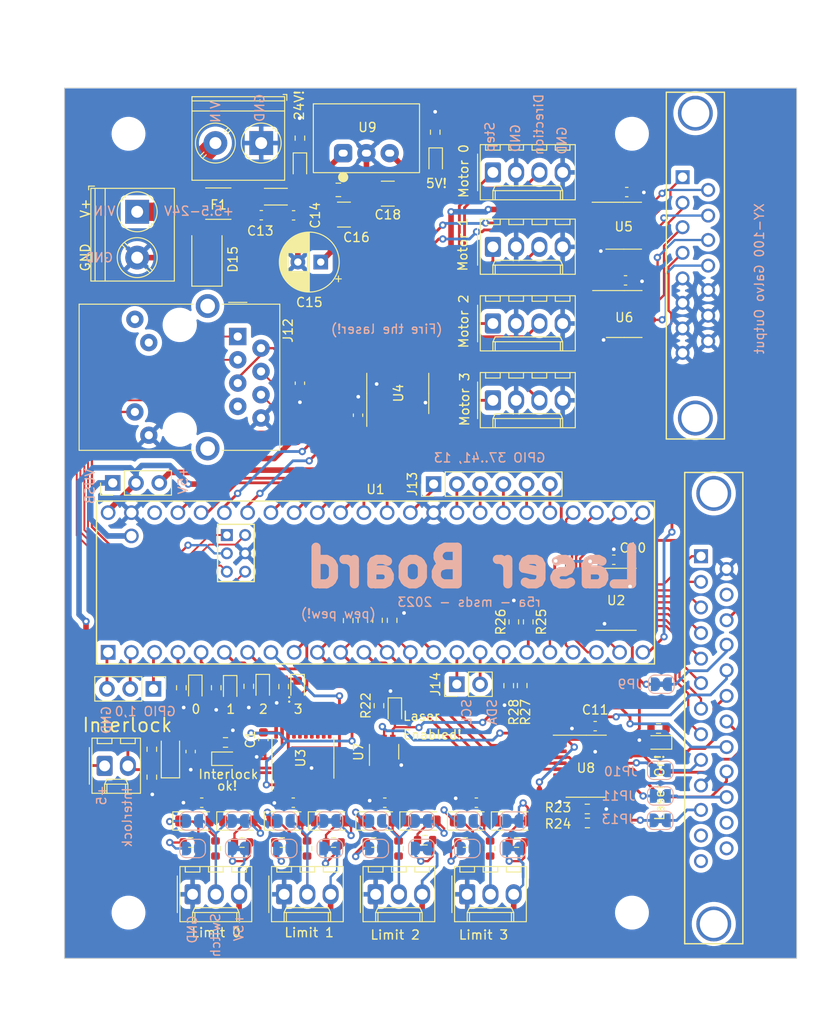
<source format=kicad_pcb>
(kicad_pcb (version 20221018) (generator pcbnew)
  (layers (0 "F.Cu" signal) (31 "B.Cu" signal) (34 "B.Paste" user) (35 "F.Paste" user) (36 "B.SilkS" user "B.Silkscreen") (37 "F.SilkS" user "F.Silkscreen") (38 "B.Mask" user) (39 "F.Mask" user) (44 "Edge.Cuts" user))
  (net 0 "")
  (net 1 "GND")
  (net 2 "+3.3V")
  (net 3 "Net-(D1-K)")
  (net 4 "Net-(D3-K)")
  (net 5 "Net-(D5-K)")
  (net 6 "Net-(D7-K)")
  (net 7 "Net-(D10-A)")
  (net 8 "+5V")
  (net 9 "Net-(J12-RCT)")
  (net 10 "+24V")
  (net 11 "Net-(D1-A)")
  (net 12 "Net-(D2-K)")
  (net 13 "Net-(D3-A)")
  (net 14 "Net-(D4-K)")
  (net 15 "Net-(D5-A)")
  (net 16 "Net-(D6-K)")
  (net 17 "Net-(D7-A)")
  (net 18 "Net-(D8-K)")
  (net 19 "Net-(D9-K)")
  (net 20 "INTERLOCK")
  (net 21 "Net-(D10-K)")
  (net 22 "Net-(D11-K)")
  (net 23 "Net-(D12-K)")
  (net 24 "Net-(D13-K)")
  (net 25 "Net-(D14-K)")
  (net 26 "Net-(D16-K)")
  (net 27 "Net-(D17-K)")
  (net 28 "Net-(D18-K)")
  (net 29 "SAFE_ENABLE")
  (net 30 "Net-(J1-Pin_2)")
  (net 31 "Net-(J2-Pin_2)")
  (net 32 "Net-(J3-Pin_2)")
  (net 33 "Net-(J4-Pin_2)")
  (net 34 "Net-(J6-Pin_1)")
  (net 35 "Net-(J6-Pin_3)")
  (net 36 "Net-(J7-Pin_1)")
  (net 37 "Net-(J7-Pin_3)")
  (net 38 "Net-(J8-Pin_1)")
  (net 39 "Net-(J8-Pin_3)")
  (net 40 "Net-(J9-Pin_1)")
  (net 41 "Net-(J9-Pin_3)")
  (net 42 "Net-(U5A-OUTA)")
  (net 43 "Net-(U5B-OUTA)")
  (net 44 "Net-(U6A-OUTA)")
  (net 45 "Net-(U6B-OUTA)")
  (net 46 "Net-(J10-P9)")
  (net 47 "Net-(J10-P10)")
  (net 48 "Net-(J10-P111)")
  (net 49 "Net-(J10-P12)")
  (net 50 "Net-(U2-B0)")
  (net 51 "Net-(U2-B1)")
  (net 52 "Net-(U2-B2)")
  (net 53 "Net-(U2-B3)")
  (net 54 "Net-(U2-B4)")
  (net 55 "Net-(U2-B5)")
  (net 56 "Net-(U2-B6)")
  (net 57 "Net-(JP10-B)")
  (net 58 "ALARM_0_5V")
  (net 62 "ALARM_1_5V")
  (net 63 "Net-(J11-P17)")
  (net 64 "Net-(J11-P20)")
  (net 65 "ALARM_2_5V")
  (net 66 "Net-(J11-P22)")
  (net 67 "Net-(J11-P23)")
  (net 70 "Net-(J13-Pin_2)")
  (net 71 "Net-(J13-Pin_3)")
  (net 72 "Net-(J15-Pin_1)")
  (net 73 "Net-(J15-Pin_2)")
  (net 74 "Net-(J15-Pin_3)")
  (net 78 "/T+")
  (net 79 "/T-")
  (net 80 "/R+")
  (net 81 "/R-")
  (net 83 "Net-(JP3-B)")
  (net 84 "Net-(JP2-A)")
  (net 85 "Net-(JP5-B)")
  (net 86 "Net-(JP4-A)")
  (net 87 "Net-(JP7-B)")
  (net 88 "Net-(JP6-A)")
  (net 89 "Net-(JP14-B)")
  (net 90 "Net-(JP8-A)")
  (net 91 "Net-(JP10-A)")
  (net 92 "Net-(JP11-A)")
  (net 93 "Net-(JP12-A)")
  (net 94 "5V_SUPPLY")
  (net 95 "GALVO_CLOCK")
  (net 96 "GALVO_SYNC")
  (net 97 "GALVO_D1")
  (net 98 "GALVO_D2")
  (net 99 "STEP0")
  (net 100 "DIR0")
  (net 101 "STEP1")
  (net 102 "DIR1")
  (net 103 "STEP2")
  (net 104 "DIR2")
  (net 105 "STEP3")
  (net 106 "DIR3")
  (net 107 "MODULATE")
  (net 108 "LIMIT0")
  (net 109 "LIMIT1")
  (net 110 "LIMIT2")
  (net 111 "LIMIT3")
  (net 112 "Net-(J14-Pin_1)")
  (net 113 "GUIDE_LASER")
  (net 114 "ENABLE")
  (net 115 "SYNC")
  (net 116 "Net-(J14-Pin_2)")
  (net 117 "Net-(JP13-A)")
  (net 118 "ALARM_0{slash}POWER_LATCH")
  (net 119 "PWR_4")
  (net 120 "PWR_5")
  (net 121 "PWR_6")
  (net 122 "PWR_7")
  (net 123 "ALARM_2")
  (net 124 "ALARM_1")
  (net 125 "PWR_0")
  (net 126 "Net-(J13-Pin_1)")
  (net 127 "Net-(J13-Pin_4)")
  (net 128 "Net-(J13-Pin_5)")
  (net 129 "Net-(J13-Pin_6)")
  (net 130 "PWR_1{slash}SER_DATA")
  (net 131 "PWR_2{slash}SER_CLOCK")
  (net 132 "RAW_24")
  (net 133 "V_INPUT")
  (net 137 "PWR_3")
  (net 139 "Net-(U2-B7)")
  (net 143 "Net-(D19-K)")
  (net 144 "Net-(D19-A)")
  (net 145 "Net-(J12-LEDY_K)")
  (footprint "LaserBoardR5:RJ45_Amphenol_RJMG1BD3B8K1ANR" (layer "F.Cu") (at 86.936 62.128 -90)
    (fp_text reference "J12")
    (fp_text value "RJ45_Amphenol_RJMG1BD3B8K1ANR")
  )
  (footprint "LaserBoardR5:R_0603_1608Metric" (layer "F.Cu") (at 94.5 118 90)
    (fp_text reference "R6" hide)
    (fp_text value "R10K" hide)
  )
  (footprint "LaserBoardR5:R_0603_1608Metric" (layer "F.Cu") (at 103.8 93.1 -90)
    (fp_text reference "R33" hide)
    (fp_text value "R10K" hide)
  )
  (footprint "LaserBoardR5:R_0603_1608Metric" (layer "F.Cu") (at 91.948 100.33 -90)
    (fp_text reference "R16" hide)
    (fp_text value "R20K" hide)
  )
  (footprint "LaserBoardR5:TSSOP-20_4.4x6.5mm_P0.65mm" (layer "F.Cu") (at 125 109.021)
    (fp_text reference "U8")
    (fp_text value "74HC245")
  )
  (footprint "LaserBoardR5:C_0603_1608Metric" (layer "F.Cu") (at 93 113 180)
    (fp_text reference "C3" hide)
    (fp_text value "1uF")
  )
  (footprint "LaserBoardR5:Molex_KK-254_AE-6410-04A_1x04_P2.54mm_Vertical" (layer "F.Cu") (at 114.808 60.706)
    (fp_text reference "J8" hide)
    (fp_text value "Type KK 1x04 Socket")
  )
  (footprint "LaserBoardR5:R_0603_1608Metric" (layer "F.Cu") (at 118.6688 93.2688 -90)
    (fp_text reference "R25")
    (fp_text value "R10K")
  )
  (footprint "LaserBoardR5:LED_0603_1608Metric" (layer "F.Cu") (at 86.106 100.6082 -90)
    (fp_text reference "D13" hide)
    (fp_text value "GREEN LED")
  )
  (footprint "LaserBoardR5:C_0603_1608Metric" (layer "F.Cu") (at 129.432 46.361)
    (fp_text reference "C8" hide)
    (fp_text value "0.1uF, 25V")
  )
  (footprint "LaserBoardR5:C_0603_1608Metric" (layer "F.Cu") (at 128.016 86.487 180)
    (fp_text reference "C10")
    (fp_text value "0.1uF, 25V")
  )
  (footprint "LaserBoardR5:LED_0603_1608Metric" (layer "F.Cu") (at 93.726 43.5742 -90)
    (fp_text reference "D17" hide)
    (fp_text value "GREEN LED")
  )
  (footprint "LaserBoardR5:DB15FD" (layer "F.Cu") (at 136.8 54.896 90)
    (fp_text reference "J10" hide)
    (fp_text value "DA15_Receptacle")
  )
  (footprint "LaserBoardR5:R_0603_1608Metric" (layer "F.Cu") (at 132.905 104.902 180)
    (fp_text reference "R29" hide)
    (fp_text value "R20K" hide)
  )
  (footprint "LaserBoardR5:DB25FD" (layer "F.Cu") (at 138.938 102.743 90)
    (fp_text reference "J11" hide)
    (fp_text value "DB25_Receptacle")
  )
  (footprint "LaserBoardR5:LED_0603_1608Metric" (layer "F.Cu") (at 89.662 100.4822 -90)
    (fp_text reference "D12" hide)
    (fp_text value "GREEN LED")
  )
  (footprint "LaserBoardR5:Molex_KK-254_AE-6410-03A_1x03_P2.54mm_Vertical" (layer "F.Cu") (at 102 123)
    (fp_text reference "J3" hide)
    (fp_text value "Type KK 1x03 Socket")
  )
  (footprint "LaserBoardR5:C_0603_1608Metric" (layer "F.Cu") (at 93.034587 48.902068 180)
    (fp_text reference "C14")
    (fp_text value "0.1uF, 50V")
  )
  (footprint "LaserBoardR5:TSSOP-20_4.4x6.5mm_P0.65mm" (layer "F.Cu") (at 104.4156 68.339 90)
    (fp_text reference "U4")
    (fp_text value "74HC245" hide)
  )
  (footprint "LaserBoardR5:Molex_KK-254_AE-6410-03A_1x03_P2.54mm_Vertical" (layer "F.Cu") (at 92 123)
    (fp_text reference "J2" hide)
    (fp_text value "Type KK 1x03 Socket")
  )
  (footprint "LaserBoardR5:C_0603_1608Metric" (layer "F.Cu") (at 83 113 180)
    (fp_text reference "C2" hide)
    (fp_text value "1uF")
  )
  (footprint "LaserBoardR5:Molex_KK-254_AE-6410-04A_1x04_P2.54mm_Vertical" (layer "F.Cu") (at 114.808 44.216)
    (fp_text reference "J6" hide)
    (fp_text value "Type KK 1x04 Socket" hide)
  )
  (footprint "LaserBoardR5:R_0603_1608Metric" (layer "F.Cu") (at 108.5088 39.8272 -90)
    (fp_text reference "R20" hide)
    (fp_text value "R20K")
  )
  (footprint "LaserBoardR5:TSOP-6_1.65x3.05mm_P0.95mm" (layer "F.Cu") (at 102.9208 107.442 90)
    (fp_text reference "U7")
    (fp_text value "74LVC1G3208" hide)
  )
  (footprint "LaserBoardR5:TSSOP-20_4.4x6.5mm_P0.65mm" (layer "F.Cu") (at 128.27 90.805)
    (fp_text reference "U2")
    (fp_text value "74HC245")
  )
  (footprint "LaserBoardR5:MountingHole_3.2mm_M3_DIN965" (layer "F.Cu") (at 130 40)
    (fp_text reference "H1" hide)
    (fp_text value "MountingHole" hide)
  )
  (footprint "LaserBoardR5:R_0603_1608Metric" (layer "F.Cu") (at 85.598 106.426)
    (fp_text reference "R13" hide)
    (fp_text value "R20K" hide)
  )
  (footprint "LaserBoardR5:LED_0603_1608Metric" (layer "F.Cu") (at 85.5725 108.204)
    (fp_text reference "D9" hide)
    (fp_text value "RED LED" hide)
  )
  (footprint "LaserBoardR5:C_0603_1608Metric" (layer "F.Cu") (at 89.733 106.1035 90)
    (fp_text reference "C1")
    (fp_text value "0.1uF, 25V")
  )
  (footprint "LaserBoardR5:D_SOD-123" (layer "F.Cu") (at 92.2 115)
    (fp_text reference "D4" hide)
    (fp_text value "1N4148W-7-F")
  )
  (footprint "LaserBoardR5:R_0603_1608Metric" (layer "F.Cu") (at 125.1316 115.2144 180)
    (fp_text reference "R24")
    (fp_text value "R10K" hide)
  )
  (footprint "LaserBoardR5:Molex_KK-254_AE-6410-03A_1x03_P2.54mm_Vertical" (layer "F.Cu") (at 82 123)
    (fp_text reference "J1" hide)
    (fp_text value "Type KK 1x03 Socket")
  )
  (footprint "LaserBoardR5:Molex_KK-254_AE-6410-04A_1x04_P2.54mm_Vertical" (layer "F.Cu") (at 114.808 52.344)
    (fp_text reference "J7" hide)
    (fp_text value "Type KK 1x04 Socket")
  )
  (footprint "LaserBoardR5:R_0603_1608Metric" (layer "F.Cu") (at 77.546 110.216 90)
    (fp_text reference "R14" hide)
    (fp_text value "R10K")
  )
  (footprint "LaserBoardR5:PinHeader_1x02_P2.54mm_Vertical" (layer "F.Cu") (at 110.866 100.076 90)
    (fp_text reference "J14")
    (fp_text value "Conn_01x02_Pin")
  )
  (footprint "LaserBoardR5:LED_0603_1608Metric" (layer "F.Cu") (at 93.472 100.4822 -90)
    (fp_text reference "D11" hide)
    (fp_text value "GREEN LED" hide)
  )
  (footprint "LaserBoardR5:D_SOD-123" (layer "F.Cu") (at 87 115)
    (fp_text reference "D1" hide)
    (fp_text value "1N4148W-7-F")
  )
  (footprint "LaserBoardR5:LED_0603_1608Metric" (layer "F.Cu") (at 108.5596 43.0276 -90)
    (fp_text reference "D16" hide)
    (fp_text value "GREEN LED")
  )
  (footprint "LaserBoardR5:R_0603_1608Metric" (layer "F.Cu") (at 104.5 118 90)
    (fp_text reference "R11" hide)
    (fp_text value "R10K" hide)
  )
  (footprint "LaserBoardR5:Molex_KK-254_AE-6410-04A_1x04_P2.54mm_Vertical" (layer "F.Cu") (at 114.808 69.088)
    (fp_text reference "J9" hide)
    (fp_text value "Type KK 1x04 Socket")
  )
  (footprint "LaserBoardR5:C_0603_1608Metric" (layer "F.Cu") (at 89.506464 48.887956)
    (fp_text reference "C13")
    (fp_text value "0.1uF, 50V")
  )
  (footprint "LaserBoardR5:LED_0603_1608Metric" (layer "F.Cu") (at 104.1 103.05 -90)
    (fp_text reference "D18" hide)
    (fp_text value "GREEN LED" hide)
  )
  (footprint "LaserBoardR5:C_0805_2012Metric" (layer "F.Cu") (at 97.9272 46.1264 180)
    (fp_text reference "C17" hide)
    (fp_text value "4.7uF 35V")
  )
  (footprint "LaserBoardR5:D_SMA" (layer "F.Cu") (at 83.566 53.118 90)
    (fp_text reference "D15")
    (fp_text value "SMAJ28CA")
  )
  (footprint "LaserBoardR5:C_0603_1608Metric" (layer "F.Cu") (at 125.984 104.648)
    (fp_text reference "C11")
    (fp_text value "0.1uF, 25V")
  )
  (footprint "LaserBoardR5:LED_0603_1608Metric" (layer "F.Cu") (at 82.296 100.5576 -90)
    (fp_text reference "D14" hide)
    (fp_text value "GREEN LED" hide)
  )
  (footprint "LaserBoardR5:C_0603_1608Metric" (layer "F.Cu") (at 93.726 67.2214 90)
    (fp_text reference "C12" hide)
    (fp_text value "0.1uF, 50V")
  )
  (footprint "LaserBoardR5:TerminalBlock_Phoenix_PT-1,5-2-5.0-H_1x02_P5.00mm_Horizontal" (layer "F.Cu") (at 89.495 41.013 180)
    (fp_text reference "J17" hide)
    (fp_text value "Screw_Terminal_01x02")
  )
  (footprint "Capacitor_THT:CP_Radial_D6.3mm_P2.50mm" (layer "F.Cu") (at 96 54 180)
    (fp_text reference "C15")
    (fp_text value "100uF, 35V")
  )
  (footprint "LaserBoardR5:D_SOD-123" (layer "F.Cu") (at 79.578 107.93 90)
    (fp_text reference "D10" hide)
    (fp_text value "1N4148W-7-F" hide)
  )
  (footprint "LaserBoardR5:SOIC-8_3.9x4.9mm_P1.27mm" (layer "F.Cu") (at 129.155 59.67)
    (fp_text reference "U6")
    (fp_text value "UA9638CDR")
  )
  (footprint "LaserBoardR5:R_0603_1608Metric" (layer "F.Cu") (at 87.4 117.35 180)
    (fp_text reference "R2" hide)
    (fp_text value "R10K")
  )
  (footprint "LaserBoardR5:R_0603_1608Metric" (layer "F.Cu") (at 125.1204 113.6904)
    (fp_text reference "R23")
    (fp_text value "R20K" hide)
  )
  (footprint "LaserBoardR5:L_1806_4516Metric_Pad1.45x1.90mm_HandSolder" (layer "F.Cu") (at 91.1 46.863 180)
    (fp_text reference "FB1" hide)
    (fp_text value "60R @ 100MHz, 6A")
  )
  (footprint "LaserBoardR5:TSSOP-20_4.4x6.5mm_P0.65mm" (layer "F.Cu") (at 94.051 108.1355 90)
    (fp_text reference "U3")
    (fp_text value "74HC245")
  )
  (footprint "LaserBoardR5:MountingHole_3.2mm_M3_DIN965" (layer "F.Cu") (at 75 40)
    (fp_text reference "H4" hide)
    (fp_text value "MountingHole" hide)
  )
  (footprint "LaserBoardR5:R_0603_1608Metric" (layer "F.Cu") (at 102.2 93.1 -90)
    (fp_text reference "R32" hide)
    (fp_text value "R10K" hide)
  )
  (footprint "LaserBoardR5:D_SOD-123" (layer "F.Cu") (at 107 115)
    (fp_text reference "D5" hide)
    (fp_text value "1N4148W-7-F")
  )
  (footprint "LaserBoardR5:C_0603_1608Metric" (layer "F.Cu") (at 113 113 180)
    (fp_text reference "C5" hide)
    (fp_text value "1uF")
  )
  (footprint "LaserBoardR5:LED_0603_1608Metric" (layer "F.Cu") (at 132.865 106.426 180)
    (fp_text reference "D19" hide)
    (fp_text value "BLUE LED" hide)
  )
  (footprint "LaserBoardR5:R_0603_1608Metric" (layer "F.Cu") (at 114.5 118 90)
    (fp_text reference "R12" hide)
    (fp_text value "R10K" hide)
  )
  (footprint "LaserBoardR5:Teensy41" (layer "F.Cu") (at 101.983 88.972)
    (fp_text reference "U1")
    (fp_text value "Teensy4.1")
  )
  (footprint "LaserBoardR5:R_0603_1608Metric" (layer "F.Cu") (at 118.0084 100.2162 90)
    (fp_text reference "R27")
    (fp_text value "R10K" hide)
  )
  (footprint "LaserBoardR5:R_0603_1608Metric" (layer "F.Cu") (at 111.8 117.35)
    (fp_text reference "R10" hide)
    (fp_text value "R10K" hide)
  )
  (footprint "LaserBoardR5:D_SOD-123" (layer "F.Cu") (at 117 115)
    (fp_text reference "D7" hide)
    (fp_text value "1N4148W-7-F")
  )
  (footprint "LaserBoardR5:C_0603_1608Metric" (layer "F.Cu") (at 81.788 107.422 -90)
    (fp_text reference "C6" hide)
    (fp_text value "1uF")
  )
  (footprint "LaserBoardR5:R_0603_1608Metric" (layer "F.Cu") (at 88.138 100.3044 -90)
    (fp_text reference "R17" hide)
    (fp_text value "R20K" hide)
  )
  (footprint "LaserBoardR5:MountingHole_3.2mm_M3_DIN965" (layer "F.Cu") (at 130 125)
    (fp_text reference "H2" hide)
    (fp_text value "MountingHole" hide)
  )
  (footprint "LaserBoardR5:R_0603_1608Metric" (layer "F.Cu") (at 81.8 117.35)
    (fp_text reference "R3" hide)
    (fp_text value "R10K")
  )
  (footprint "LaserBoardR5:R_0603_1608Metric" (layer "F.Cu") (at 116.5352 100.2284 -90)
    (fp_text reference "R28")
    (fp_text value "R20K" hide)
  )
  (footprint "LaserBoardR5:Converter_DCDC_CUI_VX78-500_THT" (layer "F.Cu") (at 98.4504 42.1132)
    (fp_text reference "U9")
    (fp_text value "VX7805-500")
  )
  (footprint "LaserBoardR5:PinHeader_1x06_P2.54mm_Vertical" (layer "F.Cu") (at 108.331 78.232 90)
    (fp_text reference "J13")
    (fp_text value "Conn_01x06")
  )
  (footprint "LaserBoardR5:R_0603_1608Metric" (layer "F.Cu") (at 97.4 117.35 180)
    (fp_text reference "R4" hide)
    (fp_text value "R10K" hide)
  )
  (footprint "LaserBoardR5:R_1812_4532Metric" (layer "F.Cu") (at 84.8145 47.625 180)
    (fp_text reference "F1")
    (fp_text value "300mA PPTC" hide)
  )
  (footprint "LaserBoardR5:D_SOD-123" (layer "F.Cu") (at 112.2 115)
    (fp_text reference "D8" hide)
    (fp_text value "1N4148W-7-F")
  )
  (footprint "LaserBoardR5:R_0603_1608Metric" (layer "F.Cu") (at 117.4 117.35 180)
    (fp_text reference "R9" hide)
    (fp_text value "R10K" hide)
  )
  (footprint "LaserBoardR5:R_0603_1608Metric" (layer "F.Cu") (at 100.6 93.1 -90)
    (fp_text reference "R31" hide)
    (fp_text value "R10K" hide)
  )
  (footprint "LaserBoardR5:R_0603_1608Metric" (layer "F.Cu") (at 107.4 117.094 180)
    (fp_text reference "R7" hide)
    (fp_text value "R10K" hide)
  )
  (footprint "LaserBoardR5:C_1210_3225Metric" (layer "F.Cu") (at 103.3272 46.5328 180)
    (fp_text reference "C18")
    (fp_text value "10uF 35V")
  )
  (footprint "LaserBoardR5:C_0603_1608Metric" (layer "F.Cu") (at 103 113 180)
    (fp_text reference "C4" hide)
    (fp_text value "1uF")
  )
  (footprint "LaserBoardR5:PinHeader_1x03_P2.54mm_Vertical" (layer "F.Cu") (at 73.279 78.105 90)
    (fp_text reference "JP12" hide)
    (fp_text value "Jumper 3 Position, Open")
  )
  (footprint "LaserBoardR5:D_SOD-123" (layer "F.Cu") (at 97 115)
    (fp_text reference "D3" hide)
    (fp_text value "1N4148W-7-F")
  )
  (footprint "LaserBoardR5:TerminalBlock_Phoenix_PT-1,5-2-5.0-H_1x02_P5.00mm_Horizontal" (layer "F.Cu") (at 75.946 48.514 -90)
    (fp_text reference "J18" hide)
    (fp_text value "Screw_Terminal_01x02")
  )
  (footprint "LaserBoardR5:R_0603_1608Metric" (layer "F.Cu") (at 102.362 102.4128 90)
    (fp_text reference "R22")
    (fp_text value "R20K" hide)
  )
  (footprint "LaserBoardR5:R_0603_1608Metric" (layer "F.Cu") (at 101.8 117.35)
    (fp_text reference "R8" hide)
    (fp_text value "R10K" hide)
  )
  (footprint "LaserBoardR5:R_0603_1608Metric" (layer "F.Cu") (at 93.726 40.4754 -90)
    (fp_text reference "R21" hide)
    (fp_text value "R20K")
  )
  (footprint "LaserBoardR5:R_0603_1608Metric" (layer "F.Cu") (at 99 93.125 90)
    (fp_text reference "R30" hide)
    (fp_text value "R10K" hide)
  )
  (footprint "LaserBoardR5:R_0603_1608Metric" (layer "F.Cu") (at 117.094 93.2688 90)
    (fp_text reference "R26")
    (fp_text value "R20K")
  )
  (footprint "LaserBoardR5:D_SOD-123" (layer "F.Cu") (at 102.2 115)
    (fp_text reference "D6" hide)
    (fp_text value "1N4148W-7-F")
  )
  (footprint "LaserBoardR5:MountingHole_3.2mm_M3_DIN965" (layer "F.Cu") (at 75 125)
    (fp_text reference "H3" hide)
    (fp_text value "MountingHole")
  )
  (footprint "LaserBoardR5:R_0603_1608Metric" (layer "F.Cu") (at 84.582 100.456 -90)
    (fp_text reference "R18" hide)
    (fp_text value "R20K")
  )
  (footprint "LaserBoardR5:PinHeader_1x03_P2.54mm_Vertical" (layer "F.Cu") (at 77.724 100.584 -90)
    (fp_text reference "J15" hide)
    (fp_text value "Conn_01x03" hide)
  )
  (footprint "LaserBoardR5:Molex_KK-254_AE-6410-03A_1x03_P2.54mm_Vertical" (layer "F.Cu") (at 112 123)
    (fp_text reference "J4" hide)
    (fp_text value "Type KK 1x03 Socket")
  )
  (footprint "LaserBoardR5:R_0603_1608Metric" (layer "F.Cu") (at 91.8 117.35)
    (fp_text reference "R5" hide)
    (fp_text value "R10K" hide)
  )
  (footprint "LaserBoardR5:D_SOD-123" (layer "F.Cu") (at 82.2 115)
    (fp_text reference "D2" hide)
    (fp_text value "1N4148W-7-F")
  )
  (footprint "LaserBoardR5:C_0603_1608Metric" (layer "F.Cu") (at 100.076 70.7136 -90)
    (fp_text reference "C7" hide)
    (fp_text value "0.1uF, 25V")
  )
  (footprint "LaserBoardR5:R_0603_1608Metric" (layer "F.Cu") (at 84.5 118 90)
    (fp_text reference "R1" hide)
    (fp_text value "R10K")
  )
  (footprint "LaserBoardR5:SOIC-8_3.9x4.9mm_P1.27mm" (layer "F.Cu") (at 129.098 50.031)
    (fp_text reference "U5")
    (fp_text value "UA9638CDR")
  )
  (footprint "LaserBoardR5:R_0603_1608Metric" (layer "F.Cu") (at 77.546 107.168 -90)
    (fp_text reference "R15" hide)
    (fp_text value "R10K" hide)
  )
  (footprint "LaserBoardR5:C_0603_1608Metric" (layer "F.Cu") (at 129.3 56)
    (fp_text reference "C9" hide)
    (fp_text value "0.1uF, 25V")
  )
  (footprint "LaserBoardR5:C_1210_3225Metric" (layer "F.Cu") (at 98.5368 48.8188)
    (fp_text reference "C16")
    (fp_text value "10uF 35V")
  )
  (footprint "LaserBoardR5:Molex_KK-254_AE-6410-02A_1x02_P2.54mm_Vertical" (layer "F.Cu") (at 72.39 108.986)
    (fp_text reference "J5" hide)
    (fp_text value "Type KK 1x02 Socket" hide)
  )
  (footprint "LaserBoardR5:R_0603_1608Metric" (layer "F.Cu") (at 80.772 100.456 -90)
    (fp_text reference "R19" hide)
    (fp_text value "R20K" hide)
  )
  (footprint "LaserBoardR5:SolderJumper-2_P1.3mm_Bridged_RoundedPad1.0x1.5mm" (layer "B.Cu") (at 97 115 180)
    (fp_text reference "JP17" hide)
    (fp_text value "Jumper_2_Bridged")
  )
  (footprint "LaserBoardR5:SolderJumper-2_P1.3mm_Bridged_RoundedPad1.0x1.5mm" (layer "B.Cu") (at 107 118 180)
    (fp_text reference "JP5" hide)
    (fp_text value "Jumper_2_Bridged")
  )
  (footprint "LaserBoardR5:SolderJumper-2_P1.3mm_Bridged_RoundedPad1.0x1.5mm" (layer "B.Cu") (at 107 115 180)
    (fp_text reference "JP19" hide)
    (fp_text value "Jumper_2_Bridged")
  )
  (footprint "LaserBoardR5:SolderJumper-2_P1.3mm_Open_RoundedPad1.0x1.5mm" (layer "B.Cu") (at 112 115)
    (fp_text reference "JP20" hide)
    (fp_text value "Jumper 2 Position, Open")
  )
  (footprint "LaserBoardR5:SolderJumper-2_P1.3mm_Bridged_RoundedPad1.0x1.5mm" (layer "B.Cu") (at 87 115 180)
    (fp_text reference "JP15" hide)
    (fp_text value "Jumper_2_Bridged")
  )
  (footprint "LaserBoardR5:SolderJumper-2_P1.3mm_Open_RoundedPad1.0x1.5mm" (layer "B.Cu") (at 92 115)
    (fp_text reference "JP16" hide)
    (fp_text value "Jumper 2 Position, Open")
  )
  (footprint "LaserBoardR5:SolderJumper-2_P1.3mm_Open_RoundedPad1.0x1.5mm" (layer "B.Cu") (at 82 118)
    (fp_text reference "JP2" hide)
    (fp_text value "Jumper 2 Position, Open")
  )
  (footprint "LaserBoardR5:SolderJumper-2_P1.3mm_Open_RoundedPad1.0x1.5mm" (layer "B.Cu") (at 92 118)
    (fp_text reference "JP4" hide)
    (fp_text value "Jumper 2 Position, Open")
  )
  (footprint "LaserBoardR5:SolderJumper-2_P1.3mm_Bridged_RoundedPad1.0x1.5mm" (layer "B.Cu") (at 133.096 112.268)
    (fp_text reference "JP11")
    (fp_text value "Jumper 2 Position, Closed")
  )
  (footprint "LaserBoardR5:SolderJumper-2_P1.3mm_Bridged_RoundedPad1.0x1.5mm" (layer "B.Cu") (at 87 118 180)
    (fp_text reference "JP14" hide)
    (fp_text value "Jumper_2_Bridged")
  )
  (footprint "LaserBoardR5:SolderJumper-2_P1.3mm_Bridged_RoundedPad1.0x1.5mm" (layer "B.Cu") (at 133.081 114.935)
    (fp_text reference "JP13")
    (fp_text value "Jumper 2 Position, Closed")
  )
  (footprint "LaserBoardR5:SolderJumper-2_P1.3mm_Bridged_RoundedPad1.0x1.5mm" (layer "B.Cu") (at 133.208 100.076)
    (fp_text reference "JP9")
    (fp_text value "Jumper 2 Position, Closed")
  )
  (footprint "LaserBoardR5:SolderJumper-2_P1.3mm_Open_RoundedPad1.0x1.5mm" (layer "B.Cu") (at 133.096 109.474)
    (fp_text reference "JP10")
    (fp_text value "Jumper 2 Position, Open")
  )
  (footprint "LaserBoardR5:SolderJumper-2_P1.3mm_Open_RoundedPad1.0x1.5mm" (layer "B.Cu") (at 112 118)
    (fp_text reference "JP8" hide)
    (fp_text value "Jumper 2 Position, Open")
  )
  (footprint "LaserBoardR5:SolderJumper-2_P1.3mm_Bridged_RoundedPad1.0x1.5mm" (layer "B.Cu") (at 117 115 180)
    (fp_text reference "JP21" hide)
    (fp_text value "Jumper_2_Bridged")
  )
  (footprint "LaserBoardR5:SolderJumper-2_P1.3mm_Bridged_RoundedPad1.0x1.5mm" (layer "B.Cu") (at 97 118 180)
    (fp_text reference "JP3" hide)
    (fp_text value "Jumper_2_Bridged")
  )
  (footprint "LaserBoardR5:SolderJumper-2_P1.3mm_Bridged_RoundedPad1.0x1.5mm" (layer "B.Cu") (at 117 118 180)
    (fp_text reference "JP7" hide)
    (fp_text value "Jumper_2_Bridged")
  )
  (footprint "LaserBoardR5:SolderJumper-2_P1.3mm_Open_RoundedPad1.0x1.5mm" (layer "B.Cu") (at 102 118)
    (fp_text reference "JP6" hide)
    (fp_text value "Jumper 2 Position, Open")
  )
  (footprint "LaserBoardR5:SolderJumper-2_P1.3mm_Open_RoundedPad1.0x1.5mm" (layer "B.Cu") (at 102 115)
    (fp_text reference "JP18" hide)
    (fp_text value "Jumper 2 Position, Open")
  )
  (footprint "LaserBoardR5:SolderJumper-2_P1.3mm_Open_RoundedPad1.0x1.5mm" (layer "B.Cu") (at 82 115)
    (fp_text reference "JP1" hide)
    (fp_text value "Jumper 2 Position, Open")
  )
  (gr_rect locked (start 68 35) (end 148 130) (stroke (width 0.1)) (fill none) (layer "Edge.Cuts"))
  (gr_text "GPIO 37..41, 13" (at 120.65 75.946) (layer "B.SilkS") (effects (font (size 1 1)) (justify left bottom mirror)))
  (gr_text "XY-100 Galvo Output" (at 144.5 47.5 90) (layer "B.SilkS") (effects (font (size 1 1)) (justify left bottom mirror)))
  (gr_text "Step" (at 115.062 38.608 90) (layer "B.SilkS") (effects (font (size 1 1)) (justify left bottom mirror)))
  (gr_text "+5V" (at 87.63 124.968 90) (layer "B.SilkS") (effects (font (size 1 1)) (justify left bottom mirror)))
  (gr_text "GND\n" (at 117.856 38.862 90) (layer "B.SilkS") (effects (font (size 1 1)) (justify left bottom mirror)))
  (gr_text "+5V" (at 81.534 76.2 90) (layer "B.SilkS") (effects (font (size 1 1)) (justify left bottom mirror)))
  (gr_text "VIN" (at 85.09 36.322 90) (layer "B.SilkS") (effects (font (size 1 1)) (justify left bottom mirror)))
  (gr_text "SCL" (at 112.522 101.6 90) (layer "B.SilkS") (effects (font (size 1 1)) (justify left bottom mirror)))
  (gr_text "GND" (at 89.916 35.56 90) (layer "B.SilkS") (effects (font (size 1 1)) (justify left bottom mirror)))
  (gr_text "GND" (at 73.406 54.102) (layer "B.SilkS") (effects (font (size 1 1)) (justify left bottom mirror)))
  (gr_text "Direction" (at 120.396 35.56 90) (layer "B.SilkS") (effects (font (size 1 1)) (justify left bottom mirror)))
  (gr_text "+5" (at 72.644 110.998 90) (layer "B.SilkS") (effects (font (size 1 1)) (justify left bottom mirror)))
  (gr_text "+5.5-24V" (at 86.614 49.022) (layer "B.SilkS") (effects (font (size 1 1)) (justify left bottom mirror)))
  (gr_text "(pew pew!)" (at 102.108 92.964) (layer "B.SilkS") (effects (font (size 1 1)) (justify left bottom mirror)))
  (gr_text "GND" (at 73.152 102.362 90) (layer "B.SilkS") (effects (font (size 1 1)) (justify left bottom mirror)))
  (gr_text "GPIO 1,0" (at 80.264 103.632) (layer "B.SilkS") (effects (font (size 1 1)) (justify left bottom mirror)))
  (gr_text "VIN" (at 73.66 49.022) (layer "B.SilkS") (effects (font (size 1 1)) (justify left bottom mirror)))
  (gr_text "GND" (at 122.936 39.116 90) (layer "B.SilkS") (effects (font (size 1 1)) (justify left bottom mirror)))
  (gr_text "r5a - msds - 2023" (at 120.142 91.694) (layer "B.SilkS") (effects (font (size 1 1)) (justify left bottom mirror)))
  (gr_text "Switch" (at 85.09 124.968 90) (layer "B.SilkS") (effects (font (size 1 1)) (justify left bottom mirror)))
  (gr_text "Interlock\n" (at 75.438 111.252 90) (layer "B.SilkS") (effects (font (size 1 1)) (justify left bottom mirror)))
  (gr_text "(Fire the laser!)" (at 109.4 61.9) (layer "B.SilkS") (effects (font (size 1 1)) (justify left bottom mirror)))
  (gr_text "VUSB" (at 71.374 76.454 90) (layer "B.SilkS") (effects (font (size 1 1)) (justify left bottom mirror)))
  (gr_text "SDA" (at 115.316 101.6 90) (layer "B.SilkS") (effects (font (size 1 1)) (justify left bottom mirror)))
  (gr_text "Laser Board" (at 131.572 89.662) (layer "B.SilkS") (effects (font (size 4 4) (thickness 1) bold) (justify left bottom mirror)))
  (gr_text "GND" (at 82.55 125.222 90) (layer "B.SilkS") (effects (font (size 1 1)) (justify left bottom mirror)))
  (gr_text "Limit 2" (at 101.346 128.016) (layer "F.SilkS") (effects (font (size 1 1)) (justify left bottom)))
  (gr_text "3" (at 92.964 103.378) (layer "F.SilkS") (effects (font (size 1 1)) (justify left bottom)))
  (gr_text "2" (at 89.154 103.378) (layer "F.SilkS") (effects (font (size 1 1)) (justify left bottom)))
  (gr_text "24V!" (at 94.234 38.608 90) (layer "F.SilkS") (effects (font (size 1 1)) (justify left bottom)))
  (gr_text "Interlock" (at 69.85 105.41) (layer "F.SilkS") (effects (font (size 1.5 1.5) (thickness 0.2)) (justify left bottom)))
  (gr_text ".." (at 92.7316 102.311 90) (layer "F.SilkS") (effects (font (size 1 1)) (justify left bottom)))
  (gr_text "Interlock" (at 82.55 110.49) (layer "F.SilkS") (effects (font (size 1 1)) (justify left bottom)))
  (gr_text "Motor 3" (at 112.3 72 90) (layer "F.SilkS") (effects (font (size 1 1)) (justify left bottom)))
  (gr_text "Motor 0" (at 112.2 47.1 90) (layer "F.SilkS") (effects (font (size 1 1)) (justify left bottom)))
  (gr_text "V+" (at 70.866 49.276 90) (layer "F.SilkS") (effects (font (size 1 1)) (justify left bottom)))
  (gr_text "Limit 3" (at 110.998 128.016) (layer "F.SilkS") (effects (font (size 1 1)) (justify left bottom)))
  (gr_text "5V!" (at 107.4 46) (layer "F.SilkS") (effects (font (size 1 1)) (justify left bottom)))
  (gr_text "1" (at 85.598 103.378) (layer "F.SilkS") (effects (font (size 1 1)) (justify left bottom)))
  (gr_text "ok!" (at 84.582 111.76) (layer "F.SilkS") (effects (font (size 1 1)) (justify left bottom)))
  (gr_text "GND" (at 70.866 55.118 90) (layer "F.SilkS") (effects (font (size 1 1)) (justify left bottom)))
  (gr_text "Laser" (at 104.902 104.14) (layer "F.SilkS") (effects (font (size 1 1)) (justify left bottom)))
  (gr_text "Motor 2" (at 112.2 63.5 90) (layer "F.SilkS") (effects (font (size 1 1)) (justify left bottom)))
  (gr_text "Limit 1\n" (at 91.948 127.762) (layer "F.SilkS") (effects (font (size 1 1)) (justify left bottom)))
  (gr_text "0" (at 81.788 103.378) (layer "F.SilkS") (effects (font (size 1 1)) (justify left bottom)))
  (gr_text "Enabled!" (at 104.902 106.172) (layer "F.SilkS") (effects (font (size 1 1)) (justify left bottom)))
  (gr_text "Laser On!" (at 133.604 115.062 90) (layer "F.SilkS") (effects (font (size 1 1)) (justify left bottom)))
  (gr_text "Limit 0" (at 81.788 127.762) (layer "F.SilkS") (effects (font (size 1 1)) (justify left bottom)))
  (gr_text "Motor 1" (at 112.1 55.1 90) (layer "F.SilkS") (effects (font (size 1 1)) (justify left bottom)))
  (segment (start 103.8 92.275) (end 105.075 92.275) (width 0.25) (layer "F.Cu") (net 1))
  (segment (start 126.68 62.28) (end 126.9 62.5) (width 0.25) (layer "F.Cu") (net 1))
  (segment (start 99.7382 46.1264) (end 100.0118 46.4) (width 0.6096) (layer "F.Cu") (net 1))
  (segment (start 82.225 113) (end 81 113) (width 0.25) (layer "F.Cu") (net 1))
  (segment (start 77.546 112.046) (end 77.6 112.1) (width 0.25) (layer "F.Cu") (net 1))
  (segment (start 123.698 104.648) (end 123.444 104.902) (width 0.3048) (layer "F.Cu") (net 1))
  (segment (start 95.026 109.25) (end 94.996 109.22) (width 0.3048) (layer "F.Cu") (net 1))
  (segment (start 93.726 38.326) (end 93.7 38.3) (width 0.25) (layer "F.Cu") (net 1))
  (segment (start 102.1406 67.2774) (end 102.108 67.31) (width 0.3048) (layer "F.Cu") (net 1))
  (segment (start 126.623 51.936) (end 126.623 52.777) (width 0.25) (layer "F.Cu") (net 1))
  (segment (start 132.08 104.902) (end 130.81 106.172) (width 0.3048) (layer "F.Cu") (net 1))
  (segment (start 122.1375 112.8625) (end 122.1 112.9) (width 0.25) (layer "F.Cu") (net 1))
  (segment (start 102.362 101.5878) (end 102.8522 101.5878) (width 0.25) (layer "F.Cu") (net 1))
  (segment (start 84.582 101.281) (end 84.582 102.87) (width 0.3048) (layer "F.Cu") (net 1))
  (segment (start 102.8522 101.5878) (end 103.62 100.82) (width 0.25) (layer "F.Cu") (net 1))
  (segment (start 126.68 106.746) (end 125.984 107.442) (width 0.3048) (layer "F.Cu") (net 1))
  (segment (start 93.726 67.9964) (end 93.726 69.3) (width 0.25) (layer "F.Cu") (net 1))
  (segment (start 122.1375 109.996) (end 122.1375 110.646) (width 0.25) (layer "F.Cu") (net 1))
  (segment (start 131 56) (end 131.1 56.1) (width 0.25) (layer "F.Cu") (net 1))
  (segment (start 126.68 61.575) (end 126.68 62.28) (width 0.25) (layer "F.Cu") (net 1))
  (segment (start 101.8522 46.5328) (end 100.4446 46.5328) (width 0.6096) (layer "F.Cu") (net 1))
  (segment (start 80.772 102.362) (end 81.026 102.616) (width 0.3048) (layer "F.Cu") (net 1))
  (segment (start 102.9208 108.602) (end 103.8708 108.602) (width 0.25) (layer "F.Cu") (net 1))
  (segment (start 77.546 111.041) (end 77.546 112.046) (width 0.25) (layer "F.Cu") (net 1))
  (segment (start 100.0118 48.8188) (end 100.0118 46.4) (width 0.6096) (layer "F.Cu") (net 1))
  (segment (start 116.5352 101.9048) (end 116.078 102.362) (width 0.3048) (layer "F.Cu") (net 1))
  (segment (start 122.1375 110.646) (end 122.1375 111.296) (width 0.25) (layer "F.Cu") (net 1))
  (segment (start 127.241 86.119) (end 128.016 85.344) (width 0.3048) (layer "F.Cu") (net 1))
  (segment (start 102.225 113) (end 101.57 113) (width 0.3048) (layer "F.Cu") (net 1))
  (segment (start 104.502 108.602) (end 104.8 108.9) (width 0.25) (layer "F.Cu") (net 1))
  (segment (start 89.916 108.204) (end 89.204 108.204) (width 0.3048) (layer "F.Cu") (net 1))
  (segment (start 125.209 104.648) (end 123.698 104.648) (width 0.3048) (layer "F.Cu") (net 1))
  (segment (start 125.9454 113.6904) (end 127.1904 113.6904) (width 0.25) (layer "F.Cu") (net 1))
  (segment (start 108.5088 37.6088) (end 108.5 37.6) (width 0.25) (layer "F.Cu") (net 1))
  (segment (start 93.5 51.6) (end 92.259587 50.359587) (width 0.6096) (layer "F.Cu") (net 1))
  (segment (start 130.3402 88.53) (end 129.794 89.0762) (width 0.3048) (layer "F.Cu") (net 1))
  (segment (start 105.075 92.275) (end 105.1 92.3) (width 0.25) (layer "F.Cu") (net 1))
  (segment (start 103.8708 108.602) (end 104.502 108.602) (width 0.25) (layer "F.Cu") (net 1))
  (segment (start 130.236 106.746) (end 130.81 106.172) (width 0.3048) (layer "F.Cu") (net 1))
  (segment (start 80.218 55.118) (end 78.614 53.514) (width 0.6096) (layer "F.Cu") (net 1))
  (segment (start 127.241 86.487) (end 127.241 86.119) (width 0.3048) (layer "F.Cu") (net 1))
  (segment (start 91.776 106.852) (end 90.424 108.204) (width 0.3048) (layer "F.Cu") (net 1))
  (segment (start 130.207 46.361) (end 131.261 46.361) (width 0.25) (layer "F.Cu") (net 1))
  (segment (start 107.442 71.1001) (end 107.3406 71.2015) (width 0.3048) (layer "F.Cu") (net 1))
  (segment (start 108.5088 39.0022) (end 108.5088 37.6088) (width 0.25) (layer "F.Cu") (net 1))
  (segment (start 100.6 92.275) (end 102.2 92.275) (width 0.25) (layer "F.Cu") (net 1))
  (segment (start 100.076 68.724) (end 100.1 68.7) (width 0.25) (layer "F.Cu") (net 1))
  (segment (start 127.8625 106.746) (end 126.68 106.746) (width 0.3048) (layer "F.Cu") (net 1))
  (segment (start 93.5 54) (end 93.5 51.6) (width 0.6096) (layer "F.Cu") (net 1))
  (segment (start 89.204 108.204) (end 89 108) (width 0.3048) (layer "F.Cu") (net 1))
  (segment (start 89.916 108.204) (end 89.916 107.0615) (width 0.3048) (layer "F.Cu") (net 1))
  (segment (start 111.222 113) (end 110.744 112.522) (width 0.3048) (layer "F.Cu") (net 1))
  (segment (start 127.8625 106.746) (end 130.236 106.746) (width 0.3048) (layer "F.Cu") (net 1))
  (segment (start 92.225 113) (end 90.962 113) (width 0.25) (layer "F.Cu") (net 1))
  (segment (start 86.423 105.123) (end 86.4 105.1) (width 0.25) (layer "F.Cu") (net 1))
  (segment (start 122.1375 111.946) (end 122.1375 112.8625) (width 0.25) (layer "F.Cu") (net 1))
  (segment (start 127.1904 113.6904) (end 127.2 113.7) (width 0.25) (layer "F.Cu") (net 1))
  (segment (start 100.076 69.9386) (end 100.076 68.724) (width 0.25) (layer "F.Cu") (net 1))
  (segment (start 130.075 56) (end 131 56) (width 0.25) (layer "F.Cu") (net 1))
  (segment (start 92.245475 48.887956) (end 92.259587 48.902068) (width 0.6096) (layer "F.Cu") (net 1))
  (segment (start 100.9904 44.2096) (end 100.9904 42.1132) (width 0.6096) (layer "F.Cu") (net 1))
  (segment (start 131.261 46.361) (end 131.3 46.4) (width 0.25) (layer "F.Cu") (net 1))
  (segment (start 129.794 89.0762) (end 129.794 89.408) (width 0.3048) (layer "F.Cu") (net 1))
  (segment (start 92.259587 50.359587) (end 92.259587 48.902068) (width 0.6096) (layer "F.Cu") (net 1))
  (segment (start 88.138 101.1294) (end 88.138 102.616) (width 0.3048) (layer "F.Cu") (net 1))
  (segment (start 100.0118 45.1882) (end 100.9904 44.2096) (width 0.6096) (layer "F.Cu") (net 1))
  (segment (start 126.623 52.777) (end 126.6 52.8) (width 0.25) (layer "F.Cu") (net 1))
  (segment (start 81.8 109.4) (end 81.8 108.209) (width 0.25) (layer "F.Cu") (net 1))
  (segment (start 93.726 39.6504) (end 93.726 38.326) (width 0.25) (layer "F.Cu") (net 1))
  (segment (start 91.776 105.273) (end 91.776 106.852) (width 0.3048) (layer "F.Cu") (net 1))
  (segment (start 91.948 101.346) (end 91.186 102.108) (width 0.3048) (layer "F.Cu") (net 1))
  (segment (start 90.281464 48.887956) (end 92.245475 48.887956) (width 0.6096) (layer "F.Cu") (net 1))
  (segment (start 90.424 108.204) (end 89.916 108.204) (width 0.3048) (layer "F.Cu") (net 1))
  (segment (start 80.772 101.281) (end 80.772 102.362) (width 0.3048) (layer "F.Cu") (net 1))
  (segment (start 116.5352 101.0534) (end 116.5352 101.9048) (width 0.3048) (layer "F.Cu") (net 1))
  (segment (start 98.8772 46.1264) (end 99.7382 46.1264) (width 0.6096) (layer "F.Cu") (net 1))
  (segment (start 101.57 113) (end 101.346 112.776) (width 0.3048) (layer "F.Cu") (net 1))
  (segment (start 100.0118 46.4) (end 100.0118 46.1) (width 0.6096) (layer "F.Cu") (net 1))
  (segment (start 100.0118 46.1) (end 100.0118 45.1882) (width 0.6096) (layer "F.Cu") (net 1))
  (segment (start 100.4446 46.5328) (end 100.0118 46.1) (width 0.6096) (layer "F.Cu") (net 1))
  (segment (start 125.4075 93.73) (end 126.742 93.73) (width 0.3048) (layer "F.Cu") (net 1))
  (segment (start 90.962 113) (end 90.932 113.03) (width 0.25) (layer "F.Cu") (net 1))
  (segment (start 78.614 53.514) (end 75.946 53.514) (width 0.6096) (layer "F.Cu") (net 1))
  (segment (start 96.326 110.998) (end 96.976 110.998) (width 0.3048) (layer "F.Cu") (net 1))
  (segment (start 126.742 93.73) (end 127 93.472) (width 0.3048) (layer "F.Cu") (net 1))
  (segment (start 86.423 106.426) (end 86.423 105.123) (width 0.25) (layer "F.Cu") (net 1))
  (segment (start 83.566 55.118) (end 80.218 55.118) (width 0.6096) (layer "F.Cu") (net 1))
  (segment (start 102.2 92.275) (end 103.8 92.275) (width 0.25) (layer "F.Cu") (net 1))
  (segment (start 112.225 113) (end 111.222 113) (width 0.3048) (layer "F.Cu") (net 1))
  (segment (start 95.026 110.998) (end 95.026 109.25) (width 0.3048) (layer "F.Cu") (net 1))
  (segment (start 107.442 69.342) (end 107.442 71.1001) (width 0.3048) (layer "F.Cu") (net 1))
  (segment (start 131.1325 88.53) (end 130.3402 88.53) (width 0.3048) (layer "F.Cu") (net 1))
  (segment (start 122.1375 111.296) (end 122.1375 111.946) (width 0.25) (layer "F.Cu") (net 1))
  (segment (start 95.676 110.998) (end 96.326 110.998) (width 0.3048) (layer "F.Cu") (net 1))
  (segment (start 91.948 101.155) (end 91.948 101.346) (width 0.3048) (layer "F.Cu") (net 1))
  (segment (start 102.1406 65.4765) (end 102.1406 67.2774) (width 0.3048) (layer "F.Cu") (net 1))
  (segment (start 81.8 108.209) (end 81.788 108.197) (width 0.25) (layer "F.Cu") (net 1))
  (segment (start 95.026 110.998) (end 95.676 110.998) (width 0.3048) (layer "F.Cu") (net 1))
  (segment (start 98.9 92.275) (end 100.6 92.275) (width 0.25) (layer "F.Cu") (net 1))
  (segment (start 117.094 92.4438) (end 117.094 90.932) (width 0.25) (layer "F.Cu") (net 1))
  (via (at 131.3 46.4) (size 0.8) (drill 0.4) (layers "F.Cu" "B.Cu") (net 1))
  (via (at 117.094 90.932) (size 0.8) (drill 0.4) (layers "F.Cu" "B.Cu") (net 1))
  (via (at 125.984 107.442) (size 0.8) (drill 0.4) (layers "F.Cu" "B.Cu") (net 1))
  (via (at 122.1 112.9) (size 0.8) (drill 0.4) (layers "F.Cu" "B.Cu") (net 1))
  (via (at 102.108 67.31) (size 0.8) (drill 0.4) (layers "F.Cu" "B.Cu") (net 1))
  (via (at 89 108) (size 0.8) (drill 0.4) (layers "F.Cu" "B.Cu") (net 1))
  (via (at 100.1 68.7) (size 0.8) (drill 0.4) (layers "F.Cu" "B.Cu") (net 1))
  (via (at 129.794 89.408) (size 0.8) (drill 0.4) (layers "F.Cu" "B.Cu") (net 1))
  (via (at 84.582 102.87) (size 0.8) (drill 0.4) (layers "F.Cu" "B.Cu") (net 1))
  (via (at 93.7 38.3) (size 0.8) (drill 0.4) (layers "F.Cu" "B.Cu") (net 1))
  (via (at 130.81 106.172) (size 0.8) (drill 0.4) (layers "F.Cu" "B.Cu") (net 1))
  (via (at 116.078 102.362) (size 0.8) (drill 0.4) (layers "F.Cu" "B.Cu") (net 1))
  (via (at 81 113) (size 0.8) (drill 0.4) (layers "F.Cu" "B.Cu") (net 1))
  (via (at 126.6 52.8) (size 0.8) (drill 0.4) (layers "F.Cu" "B.Cu") (net 1))
  (via (at 101.346 112.776) (size 0.8) (drill 0.4) (layers "F.Cu" "B.Cu") (net 1))
  (via (at 127.2 113.7) (size 0.8) (drill 0.4) (layers "F.Cu" "B.Cu") (net 1))
  (via (at 93.726 69.3) (size 0.8) (drill 0.4) (layers "F.Cu" "B.Cu") (net 1))
  (via (at 91.186 102.108) (size 0.8) (drill 0.4) (layers "F.Cu" "B.Cu") (net 1))
  (via (at 88.138 102.616) (size 0.8) (drill 0.4) (layers "F.Cu" "B.Cu") (net 1))
  (via (at 81.8 109.4) (size 0.8) (drill 0.4) (layers "F.Cu" "B.Cu") (net 1))
  (via (at 86.4 105.1) (size 0.8) (drill 0.4) (layers "F.Cu" "B.Cu") (net 1))
  (via (at 94.996 109.22) (size 0.8) (drill 0.4) (layers "F.Cu" "B.Cu") (net 1))
  (via (at 127 93.472) (size 0.8) (drill 0.4) (layers "F.Cu" "B.Cu") (net 1))
  (via (at 126.9 62.5) (size 0.8) (drill 0.4) (layers "F.Cu" "B.Cu") (net 1))
  (via (at 107.442 69.342) (size 0.8) (drill 0.4) (layers "F.Cu" "B.Cu") (net 1))
  (via (at 90.932 113.03) (size 0.8) (drill 0.4) (layers "F.Cu" "B.Cu") (net 1))
  (via (at 131.1 56.1) (size 0.8) (drill 0.4) (layers "F.Cu" "B.Cu") (net 1))
  (via (at 123.444 104.902) (size 0.8) (drill 0.4) (layers "F.Cu" "B.Cu") (net 1))
  (via (at 103.62 100.82) (size 0.8) (drill 0.4) (layers "F.Cu" "B.Cu") (net 1))
  (via (at 108.5 37.6) (size 0.8) (drill 0.4) (layers "F.Cu" "B.Cu") (net 1))
  (via (at 105.1 92.3) (size 0.8) (drill 0.4) (layers "F.Cu" "B.Cu") (net 1))
  (via (at 77.6 112.1) (size 0.8) (drill 0.4) (layers "F.Cu" "B.Cu") (net 1))
  (via (at 128.016 85.344) (size 0.8) (drill 0.4) (layers "F.Cu" "B.Cu") (net 1))
  (via (at 110.744 112.522) (size 0.8) (drill 0.4) (layers "F.Cu" "B.Cu") (net 1))
  (via (at 104.8 108.9) (size 0.8) (drill 0.4) (layers "F.Cu" "B.Cu") (net 1))
  (via (at 81.026 102.616) (size 0.8) (drill 0.4) (layers "F.Cu" "B.Cu") (net 1))
  (segment (start 97.028 100.33) (end 98.552 100.33) (width 0.3048) (layer "F.Cu") (net 2))
  (segment (start 89.733 105.3285) (end 91.0705 105.3285) (width 0.3048) (layer "F.Cu") (net 2))
  (segment (start 90.0684 111.0488) (end 91.0752 111.0488) (width 0.3048) (layer "F.Cu") (net 2))
  (segment (start 89.6515 105.41) (end 89.733 105.3285) (width 0.3048) (layer "F.Cu") (net 2))
  (segment (start 105.3 90.7) (end 97.4 90.7) (width 0.3048) (layer "F.Cu") (net 2))
  (segment (start 91.0752 111.0488) (end 91.126 110.998) (width 0.3048) (layer "F.Cu") (net 2))
  (segment (start 97.4 90.7) (end 94.4806 93.6194) (width 0.3048) (layer "F.Cu") (net 2))
  (segment (start 99.4156 101.1936) (end 99.4156 106.2736) (width 0.3048) (layer "F.Cu") (net 2))
  (segment (start 106.2 91.6) (end 105.3 90.7) (width 0.3048) (layer "F.Cu") (net 2))
  (segment (start 98.552 100.33) (end 99.4156 101.1936) (width 0.3048) (layer "F.Cu") (net 2))
  (segment (start 88.392 105.41) (end 89.6515 105.41) (width 0.3048) (layer "F.Cu") (net 2))
  (segment (start 94.4806 97.7826) (end 97.028 100.33) (width 0.3048) (layer "F.Cu") (net 2))
  (segment (start 106.2 94.459) (end 106.2 91.6) (width 0.3048) (layer "F.Cu") (net 2))
  (segment (start 108.333 96.592) (end 106.2 94.459) (width 0.3048) (layer "F.Cu") (net 2))
  (segment (start 94.4806 93.6194) (end 94.4806 97.7826) (width 0.3048) (layer "F.Cu") (net 2))
  (via (at 88.392 105.41) (size 0.8) (drill 0.4) (layers "F.Cu" "B.Cu") (net 2))
  (via (at 99.4156 106.2736) (size 0.8) (drill 0.4) (layers "F.Cu" "B.Cu") (net 2))
  (via (at 90.0684 111.0488) (size 0.8) (drill 0.4) (layers "F.Cu" "B.Cu") (net 2))
  (segment (start 99.4156 106.2736) (end 92.3036 106.2736) (width 0.3048) (layer "B.Cu") (net 2))
  (segment (start 90.0684 108.5088) (end 90.0684 111.0488) (width 0.3048) (layer "B.Cu") (net 2))
  (segment (start 92.3036 106.2736) (end 91.44 105.41) (width 0.3048) (layer "B.Cu") (net 2))
  (segment (start 91.44 105.41) (end 88.392 105.41) (width 0.3048) (layer "B.Cu") (net 2))
  (segment (start 91.8972 106.68) (end 91.2876 107.2896) (width 0.3048) (layer "B.Cu") (net 2))
  (segment (start 91.2876 107.2896) (end 90.0684 108.5088) (width 0.3048) (layer "B.Cu") (net 2))
  (segment (start 92.3036 106.2736) (end 91.8972 106.68) (width 0.3048) (layer "B.Cu") (net 2))
  (segment (start 84.6458 112.268) (end 91.0336 112.268) (width 0.25) (layer "F.Cu") (net 3))
  (segment (start 91.0336 112.268) (end 91.2411 112.0605) (width 0.25) (layer "F.Cu") (net 3))
  (segment (start 83.7314 113.1824) (end 84.6458 112.268) (width 0.25) (layer "F.Cu") (net 3))
  (segment (start 83.85 115) (end 83.85 113.075) (width 0.25) (layer "F.Cu") (net 3))
  (segment (start 84.5 117.175) (end 84.5 116.758) (width 0.25) (layer "F.Cu") (net 3))
  (segment (start 83.85 116.108) (end 83.85 115) (width 0.25) (layer "F.Cu") (net 3))
  (segment (start 84.5 116.758) (end 83.85 116.108) (width 0.25) (layer "F.Cu") (net 3))
  (segment (start 91.2411 112.0605) (end 92.3079 112.0605) (width 0.25) (layer "F.Cu") (net 3))
  (segment (start 92.3079 112.0605) (end 92.426 111.9424) (width 0.25) (layer "F.Cu") (net 3))
  (segment (start 92.426 111.9424) (end 92.426 110.998) (width 0.25) (layer "F.Cu") (net 3))
  (segment (start 85.35 115) (end 83.85 115) (width 0.25) (layer "F.Cu") (net 3))
  (segment (start 93.076 110.998) (end 93.076 112.301) (width 0.25) (layer "F.Cu") (net 4))
  (segment (start 94.5 117.175) (end 94.5 116.852) (width 0.25) (layer "F.Cu") (net 4))
  (segment (start 93.85 115) (end 93.85 113.075) (width 0.25) (layer "F.Cu") (net 4))
  (segment (start 93.98 116.332) (end 93.98 115.13) (width 0.25) (layer "F.Cu") (net 4))
  (segment (start 93.85 113.075) (end 93.775 113) (width 0.25) (layer "F.Cu") (net 4))
  (segment (start 95.35 115) (end 93.85 115) (width 0.25) (layer "F.Cu") (net 4))
  (segment (start 93.98 115.13) (end 93.85 115) (width 0.25) (layer "F.Cu") (net 4))
  (segment (start 93.076 112.301) (end 93.775 113) (width 0.25) (layer "F.Cu") (net 4))
  (segment (start 94.5 116.852) (end 93.98 116.332) (width 0.25) (layer "F.Cu") (net 4))
  (segment (start 101.402461 112.045099) (end 102.820099 112.045099) (width 0.25) (layer "F.Cu") (net 5))
  (segment (start 104.5 117.175) (end 104.5 116.692) (width 0.25) (layer "F.Cu") (net 5))
  (segment (start 101.045902 112.0515) (end 101.39606 112.0515) (width 0.25) (layer "F.Cu") (net 5))
  (segment (start 93.726 110.998) (end 93.726 111.698183) (width 0.25) (layer "F.Cu") (net 5))
  (segment (start 103.85 113.075) (end 103.775 113) (width 0.3048) (layer "F.Cu") (net 5))
  (segment (start 94.757719 112.729902) (end 100.3675 112.729902) (width 0.25) (layer "F.Cu") (net 5))
  (segment (start 93.726 111.698183) (end 94.757719 112.729902) (width 0.25) (layer "F.Cu") (net 5))
  (segment (start 103.85 115) (end 103.85 113.075) (width 0.3048) (layer "F.Cu") (net 5))
  (segment (start 101.39606 112.0515) (end 101.402461 112.045099) (width 0.25) (layer "F.Cu") (net 5))
  (segment (start 105.35 115) (end 103.85 115) (width 0.25) (layer "F.Cu") (net 5))
  (segment (start 100.3675 112.729902) (end 101.045902 112.0515) (width 0.25) (layer "F.Cu") (net 5))
  (segment (start 104.5 116.692) (end 103.85 116.042) (width 0.25) (layer "F.Cu") (net 5))
  (segment (start 102.820099 112.045099) (end 103.775 113) (width 0.25) (layer "F.Cu") (net 5))
  (segment (start 103.85 116.042) (end 103.85 115) (width 0.25) (layer "F.Cu") (net 5))
  (segment (start 101.209712 111.252) (end 113.284 111.252) (width 0.25) (layer "F.Cu") (net 6))
  (segment (start 94.827731 112.138272) (end 100.32344 112.138272) (width 0.25) (layer "F.Cu") (net 6))
  (segment (start 114.5 117.175) (end 114.5 116.786) (width 0.25) (layer "F.Cu") (net 6))
  (segment (start 113.85 115) (end 113.85 113.075) (width 0.25) (layer "F.Cu") (net 6))
  (segment (start 94.376 110.998) (end 94.376 111.686541) (width 0.25) (layer "F.Cu") (net 6))
  (segment (start 113.85 113.075) (end 113.775 113) (width 0.25) (layer "F.Cu") (net 6))
  (segment (start 94.376 111.686541) (end 94.827731 112.138272) (width 0.25) (layer "F.Cu") (net 6))
  (segment (start 115.35 115) (end 113.85 115) (width 0.25) (layer "F.Cu") (net 6))
  (segment (start 113.284 111.252) (end 113.775 111.743) (width 0.25) (layer "F.Cu") (net 6))
  (segment (start 114.5 116.786) (end 113.85 116.136) (width 0.25) (layer "F.Cu") (net 6))
  (segment (start 113.85 116.136) (end 113.85 115) (width 0.25) (layer "F.Cu") (net 6))
  (segment (start 113.775 111.743) (end 113.775 113) (width 0.25) (layer "F.Cu") (net 6))
  (segment (start 100.32344 112.138272) (end 101.209712 111.252) (width 0.25) (layer "F.Cu") (net 6))
  (segment (start 83.0072 107.1372) (end 83.0072 108.8136) (width 0.3048) (layer "F.Cu") (net 7))
  (segment (start 77.865 107.993) (end 79.578 106.28) (width 0.3048) (layer "F.Cu") (net 7))
  (segment (start 81.788 106.647) (end 79.945 106.647) (width 0.3048) (layer "F.Cu") (net 7))
  (segment (start 81.788 106.647) (end 82.517 106.647) (width 0.3048) (layer "F.Cu") (net 7))
  (segment (start 82.517 106.647) (end 83.0072 107.1372) (width 0.3048) (layer "F.Cu") (net 7))
  (segment (start 91.23329 109.728) (end 91.776 110.27071) (width 0.3048) (layer "F.Cu") (net 7))
  (segment (start 83.0072 108.8136) (end 83.9216 109.728) (width 0.3048) (layer "F.Cu") (net 7))
  (segment (start 83.9216 109.728) (end 91.23329 109.728) (width 0.3048) (layer "F.Cu") (net 7))
  (segment (start 91.776 110.27071) (end 91.776 110.998) (width 0.3048) (layer "F.Cu") (net 7))
  (segment (start 79.945 106.647) (end 79.578 106.28) (width 0.3048) (layer "F.Cu") (net 7))
  (segment (start 77.546 107.993) (end 77.865 107.993) (width 0.3048) (layer "F.Cu") (net 7))
  (segment (start 122.86479 106.096) (end 123.698 106.92921) (width 0.3048) (layer "F.Cu") (net 8))
  (segment (start 127.626 48.126) (end 128.7 49.2) (width 0.6096) (layer "F.Cu") (net 8))
  (segment (start 128.27 94.234) (end 128.27 89.154) (width 0.3048) (layer "F.Cu") (net 8))
  (segment (start 107.188 125.984) (end 116.078 125.984) (width 0.6096) (layer "F.Cu") (net 8))
  (segment (start 97.028 125.984) (end 106.68 125.984) (width 0.6096) (layer "F.Cu") (net 8))
  (segment (start 107.08 125.876) (end 107.188 125.984) (width 0.6096) (layer "F.Cu") (net 8))
  (segment (start 70.378 108.946) (end 70.358 108.966) (width 0.3048) (layer "F.Cu") (net 8))
  (segment (start 70.358 118.872) (end 72.644 121.158) (width 0.6096) (layer "F.Cu") (net 8))
  (segment (start 98.806 73.914) (end 96.012 76.708) (width 0.6096) (layer "F.Cu") (net 8))
  (segment (start 128.7 55.825) (end 128.525 56) (width 0.6096) (layer "F.Cu") (net 8))
  (segment (start 119.888 124.46) (end 119.888 111.506) (width 0.6096) (layer "F.Cu") (net 8))
  (segment (start 101.2035 71.4886) (end 101.4906 71.2015) (width 0.3048) (layer "F.Cu") (net 8))
  (segment (start 129.54 87.884) (end 129.54 87.88) (width 0.3048) (layer "F.Cu") (net 8))
  (segment (start 123.698 106.92921) (end 123.698 106.934) (width 0.3048) (layer "F.Cu") (net 8))
  (segment (start 72.773 81.352) (end 72.773 81.151) (width 0.6096) (layer "F.Cu") (net 8))
  (segment (start 100.076 71.4886) (end 98.9454 71.4886) (width 0.3048) (layer "F.Cu") (net 8))
  (segment (start 87.122 125.984) (end 97.028 125.984) (width 0.6096) (layer "F.Cu") (net 8))
  (segment (start 130.81 104.902) (end 130.81 99.568) (width 0.3048) (layer "F.Cu") (net 8))
  (segment (start 98.9454 71.4886) (end 98.806 71.628) (width 0.3048) (layer "F.Cu") (net 8))
  (segment (start 87.0458 125.9078) (end 87.122 125.984) (width 0.3048) (layer "F.Cu") (net 8))
  (segment (start 72.773 81.151) (end 75.819 78.105) (width 0.6096) (layer "F.Cu") (net 8))
  (segment (start 130.0406 96.0046) (end 128.27 94.234) (width 0.3048) (layer "F.Cu") (net 8))
  (segment (start 79.502 125.984) (end 87.122 125.984) (width 0.6096) (layer "F.Cu") (net 8))
  (segment (start 70.358 93.218) (end 70.358 108.966) (width 0.6096) (layer "F.Cu") (net 8))
  (segment (start 127.8625 106.096) (end 129.616 106.096) (width 0.3048) (layer "F.Cu") (net 8))
  (segment (start 101.4906 63.6446) (end 101.092 63.246) (width 0.3048) (layer "F.Cu") (net 8))
  (segment (start 122.44 48.26) (end 122.5 48.2) (width 0.6096) (layer "F.Cu") (net 8))
  (segment (start 107.08 123) (end 107.08 125.876) (width 0.6096) (layer "F.Cu") (net 8))
  (segment (start 126.759 104.9925) (end 127.8625 106.096) (width 0.3048) (layer "F.Cu") (net 8))
  (segment (start 110.236 55.626) (end 110.236 48.514) (width 0.6096) (layer "F.Cu") (net 8))
  (segment (start 126.892 48.126) (end 128.657 46.361) (width 0.6096) (layer "F.Cu") (net 8))
  (segment (start 130.81 98.552) (end 130.683 98.425) (width 0.3048) (layer "F.Cu") (net 8))
  (segment (start 117.094 125.984) (end 117.08 125.97) (width 0.6096) (layer "F.Cu") (net 8))
  (segment (start 126.623 48.126) (end 127.626 48.126) (width 0.6096) (layer "F.Cu") (net 8))
  (segment (start 128.791 86.487) (end 128.791 87.131) (width 0.25) (layer "F.Cu") (net 8))
  (segment (start 87.08 125.942) (end 87.122 125.984) (width 0.6096) (layer "F.Cu") (net 8))
  (segment (start 128.525 56) (end 128.445 56) (width 0.6096) (layer "F.Cu") (net 8))
  (segment (start 106.68 125.984) (end 107.188 125.984) (width 0.6096) (layer "F.Cu") (net 8))
  (segment (start 98.806 65.532) (end 101.092 63.246) (width 0.6096) (layer "F.Cu") (net 8))
  (segment (start 128.445 56) (end 126.68 57.765) (width 0.6096) (layer "F.Cu") (net 8))
  (segment (start 85.09 78.232) (end 81.534 78.232) (width 0.6096) (layer "F.Cu") (net 8))
  (segment (start 78.994 121.666) (end 78.994 125.476) (width 0.6096) (layer "F.Cu") (net 8))
  (segment (start 122.1375 106.096) (end 127.8625 106.096) (width 0.3048) (layer "F.Cu") (net 8))
  (segment (start 100.076 71.4886) (end 101.2035 71.4886) (width 0.3048) (layer "F.Cu") (net 8))
  (segment (start 101.092 63.246) (end 102.616 63.246) (width 0.6096) (layer "F.Cu") (net 8))
  (segment (start 116.078 125.984) (end 117.094 125.984) (width 0.6096) (layer "F.Cu") (net 8))
  (segment (start 115.57 105.41) (end 121.4515 105.41) (width 0.3048) (layer "F.Cu") (net 8))
  (segment (start 131.572 100.076) (end 131.318 100.076) (width 0.3048) (layer "F.Cu") (net 8))
  (segment (start 72.644 121.158) (end 78.486 121.158) (width 0.6096) (layer "F.Cu") (net 8))
  (segment (start 86.614 76.708) (end 85.09 78.232) (width 0.6096) (layer "F.Cu") (net 8))
  (segment (start 117.08 125.97) (end 117.08 123) (width 0.6096) (layer "F.Cu") (net 8))
  (segment (start 97.08 123) (end 97.08 125.932) (width 0.6096) (layer "F.Cu") (net 8))
  (segment (start 102.616 63.246) (end 110.236 55.626) (width 0.6096) (layer "F.Cu") (net 8))
  (segment (start 102.9208 104.8908) (end 102.73 104.7) (width 0.25) (layer "F.Cu") (net 8))
  (segment (start 131.318 100.076) (end 130.81 99.568) (width 0.3048) (layer "F.Cu") (net 8))
  (segment (start 101.4906 65.4765) (end 101.4906 63.6446) (width 0.3048) (layer "F.Cu") (net 8))
  (segment (start 98.806 71.628) (end 98.806 73.914) (width 0.6096) (layer "F.Cu") (net 8))
  (segment (start 129.616 106.096) (end 130.81 104.902) (width 0.3048) (layer "F.Cu") (net 8))
  (segment (start 78.994 125.476) (end 79.502 125.984) (width 0.6096) (layer "F.Cu") (net 8))
  (segment (start 128.7 49.2) (end 128.7 55.825) (width 0.6096) (layer "F.Cu") (net 8))
  (segment (start 70.358 108.966) (end 70.358 118.872) (width 0.6096) (layer "F.Cu") (net 8))
  (segment (start 125.4075 87.88) (end 129.54 87.88) (width 0.25) (layer "F.Cu") (net 8))
  (segment (start 128.791 87.131) (end 129.54 87.88) (width 0.25) (layer "F.Cu") (net 8))
  (segment (start 122.5 48.2) (end 126.549 48.2) (width 0.6096) (layer "F.Cu") (net 8))
  (segment (start 117.094 125.984) (end 118.364 125.984) (width 0.6096) (layer "F.Cu") (net 8))
  (segment (start 72.39 108.946) (end 70.378 108.946) (width 0.3048) (layer "F.Cu") (net 8))
  (segment (start 98.806 71.628) (end 98.806 65.532) (width 0.6096) (layer "F.Cu") (net 8))
  (segment (start 96.012 76.708) (end 86.614 76.708) (width 0.6096) (layer "F.Cu") (net 8))
  (segment (start 97.08 125.932) (end 97.028 125.984) (width 0.6096) (layer "F.Cu") (net 8))
  (segment (start 130.0406 97.7826) (end 130.0406 96.0046) (width 0.3048) (layer "F.Cu") (net 8))
  (segment (start 78.486 121.158) (end 78.994 121.666) (width 0.6096) (layer "F.Cu") (net 8))
  (segment (start 114.3 48.26) (end 122.44 48.26) (width 0.6096) (layer "F.Cu") (net 8))
  (segment (start 126.549 48.2) (end 126.623 48.126) (width 0.6096) (layer "F.Cu") (net 8))
  (segment (start 130.81 99.568) (end 130.81 98.552) (width 0.3048) (layer "F.Cu") (net 8))
  (segment (start 87.08 123) (end 87.08 125.942) (width 0.6096) (layer "F.Cu") (net 8))
  (segment (start 130.683 98.425) (end 130.0406 97.7826) (width 0.3048) (layer "F.Cu") (net 8))
  (segment (start 118.364 125.984) (end 119.888 124.46) (width 0.6096) (layer "F.Cu") (net 8))
  (segment (start 129.54 87.88) (end 131.1325 87.88) (width 0.25) (layer "F.Cu") (net 8))
  (segment (start 119.888 110.744) (end 119.888 111.506) (width 0.3048) (layer "F.Cu") (net 8))
  (segment (start 102.9208 106.142) (end 102.9208 104.8908) (width 0.25) (layer "F.Cu") (net 8))
  (segment (start 121.4515 105.41) (end 122.1375 106.096) (width 0.3048) (layer "F.Cu") (net 8))
  (segment (start 122.1375 106.096) (end 122.86479 106.096) (width 0.3048) (layer "F.Cu") (net 8))
  (segment (start 126.623 48.126) (end 126.892 48.126) (width 0.6096) (layer "F.Cu") (net 8))
  (segment (start 128.27 89.154) (end 129.54 87.884) (width 0.3048) (layer "F.Cu") (net 8))
  (segment (start 126.759 104.648) (end 126.759 104.9925) (width 0.3048) (layer "F.Cu") (net 8))
  (via (at 131.572 100.076) (size 0.8) (drill 0.4) (layers "F.Cu" "B.Cu") (net 8))
  (via (at 102.73 104.7) (size 0.8) (drill 0.4) (layers "F.Cu" "B.Cu") (net 8))
  (via (at 114.3 48.26) (size 0.8) (drill 0.4) (layers "F.Cu" "B.Cu") (net 8))
  (via (at 70.358 93.218) (size 0.8) (drill 0.4) (layers "F.Cu" "B.Cu") (net 8))
  (via (at 123.698 106.934) (size 0.8) (drill 0.4) (layers "F.Cu" "B.Cu") (net 8))
  (via (at 115.57 105.41) (size 0.8) (drill 0.4) (layers "F.Cu" "B.Cu") (net 8))
  (via (at 81.534 78.232) (size 0.8) (drill 0.4) (layers "F.Cu" "B.Cu") (net 8))
  (via (at 110.236 48.514) (size 0.8) (drill 0.4) (layers "F.Cu" "B.Cu") (net 8))
  (via (at 119.888 110.744) (size 0.8) (drill 0.4) (layers "F.Cu" "B.Cu") (net 8))
  (segment (start 110.236 48.514) (end 114.046 48.514) (width 0.6096) (layer "B.Cu") (net 8))
  (segment (start 118.11 119.634) (end 118.11 121.158) (width 0.3048) (layer "B.Cu") (net 8))
  (segment (start 69.596 77.978) (end 71.12 76.454) (width 0.6096) (layer "B.Cu") (net 8))
  (segment (start 75.819 76.835) (end 76.454 76.2) (width 0.6096) (layer "B.Cu") (net 8))
  (segment (start 114.808 106.172) (end 115.57 105.41) (width 0.3048) (layer "B.Cu") (net 8))
  (segment (start 87.08 120.184) (end 87.63 119.634) (width 0.25) (layer "B.Cu") (net 8))
  (segment (start 105.156 105.156) (end 103.186 105.156) (width 0.3048) (layer "B.Cu") (net 8))
  (segment (start 75.184 76.454) (end 75.819 77.089) (width 0.6096) (layer "B.Cu") (net 8))
  (segment (start 107.08 121.52) (end 107.08 123) (width 0.3048) (layer "B.Cu") (net 8))
  (segment (start 103.186 105.156) (end 102.73 104.7) (width 0.3048) (layer "B.Cu") (net 8))
  (segment (start 97.08 121.106) (end 97.08 123) (width 0.25) (layer "B.Cu") (net 8))
  (segment (start 76.454 76.2) (end 79.502 76.2) (width 0.6096) (layer "B.Cu") (net 8))
  (segment (start 108.094 118) (end 108.712 118.618) (width 0.3048) (layer "B.Cu") (net 8))
  (segment (start 132.558 100.076) (end 131.572 100.076) (width 0.3048) (layer "B.Cu") (net 8))
  (segment (start 97.79 118.14) (end 97.65 118) (width 0.25) (layer "B.Cu") (net 8))
  (segment (start 70.358 93.218) (end 69.596 92.456) (width 0.6096) (layer "B.Cu") (net 8))
  (segment (start 117.65 119.174) (end 118.11 119.634) (width 0.3048) (layer "B.Cu") (net 8))
  (segment (start 123.698 106.934) (end 119.888 110.744) (width 0.3048) (layer "B.Cu") (net 8))
  (segment (start 117.08 123) (end 118.11 121.97) (width 0.25) (layer "B.Cu") (net 8))
  (segment (start 87.63 119.634) (end 87.63 118.02) (width 0.25) (layer "B.Cu") (net 8))
  (segment (start 71.12 76.454) (end 75.184 76.454) (width 0.6096) (layer "B.Cu") (net 8))
  (segment (start 106.172 106.172) (end 114.808 106.172) (width 0.3048) (layer "B.Cu") (net 8))
  (segment (start 114.046 48.514) (end 114.3 48.26) (width 0.6096) (layer "B.Cu") (net 8))
  (segment (start 75.819 78.105) (end 75.819 77.089) (width 0.6096) (layer "B.Cu") (net 8))
  (segment (start 75.819 78.105) (end 75.819 76.835) (width 0.6096) (layer "B.Cu") (net 8))
  (segment (start 108.712 118.618) (end 108.712 119.888) (width 0.3048) (layer "B.Cu") (net 8))
  (segment (start 79.502 76.2) (end 81.534 78.232) (width 0.6096) (layer "B.Cu") (net 8))
  (segment (start 107.65 118) (end 108.094 118) (width 0.3048) (layer "B.Cu") (net 8))
  (segment (start 105.156 105.156) (end 106.172 106.172) (width 0.3048) (layer "B.Cu") (net 8))
  (segment (start 87.08 120.184) (end 87.08 123) (width 0.25) (layer "B.Cu") (net 8))
  (segment (start 97.79 120.396) (end 97.79 118.14) (width 0.25) (layer "B.Cu") (net 8))
  (segment (start 97.08 121.106) (end 97.79 120.396) (width 0.25) (layer "B.Cu") (net 8))
  (segment (start 87.63 118.02) (end 87.65 118) (width 0.25) (layer "B.Cu") (net 8))
  (segment (start 117.65 118) (end 117.65 119.174) (width 0.3048) (layer "B.Cu") (net 8))
  (segment (start 69.596 92.456) (end 69.596 77.978) (width 0.6096) (layer "B.Cu") (net 8))
  (segment (start 118.11 121.97) (end 118.11 121.158) (width 0.25) (layer "B.Cu") (net 8))
  (segment (start 108.712 119.888) (end 107.08 121.52) (width 0.3048) (layer "B.Cu") (net 8))
  (segment (start 86.936 66.674877) (end 89.476 64.134877) (width 0.25) (layer "F.Cu") (net 9))
  (segment (start 89.476 64.134877) (end 89.476 63.398) (width 0.25) (layer "F.Cu") (net 9))
  (segment (start 90.83 63.398) (end 93.726 66.294) (width 0.25) (layer "F.Cu") (net 9))
  (segment (start 89.476 63.398) (end 90.83 63.398) (width 0.25) (layer "F.Cu") (net 9))
  (segment (start 93.726 66.294) (end 93.726 66.4464) (width 0.25) (layer "F.Cu") (net 9))
  (segment (start 86.936 67.208) (end 86.936 66.674877) (width 0.25) (layer "F.Cu") (net 9))
  (segment (start 93.3 46.863) (end 96.2406 46.863) (width 0.6096) (layer "F.Cu") (net 10))
  (segment (start 97.0618 48.8188) (end 97.0618 46.211) (width 0.6096) (layer "F.Cu") (net 10))
  (segment (start 96.9772 46.1264) (end 96.9772 43.5864) (width 0.6096) (layer "F.Cu") (net 10))
  (segment (start 93.897087 48.902068) (end 93.897087 47.460087) (width 0.3048) (layer "F.Cu") (net 10))
  (segment (start 93.3 46.863) (end 93.3 44.7877) (width 0.6096) (layer "F.Cu") (net 10))
  (segment (start 93.3 44.7877) (end 93.726 44.3617) (width 0.6096) (layer "F.Cu") (net 10))
  (segment (start 96.2406 46.863) (end 96.9772 46.1264) (width 0.6096) (layer "F.Cu") (net 10))
  (segment (start 97.0618 52.9382) (end 96 54) (width 0.6096) (layer "F.Cu") (net 10))
  (segment (start 96.9772 43.5864) (end 98.4504 42.1132) (width 0.6096) (layer "F.Cu") (net 10))
  (segment (start 93.897087 47.460087) (end 93.3 46.863) (width 0.3048) (layer "F.Cu") (net 10))
  (segment (start 97.0618 48.8188) (end 97.0618 52.9382) (width 0.6096) (layer "F.Cu") (net 10))
  (segment (start 97.0618 46.211) (end 96.9772 46.1264) (width 0.6096) (layer "F.Cu") (net 10))
  (segment (start 87.946 115) (end 88.65 115) (width 0.25) (layer "F.Cu") (net 11))
  (segment (start 89.408 115.758) (end 88.65 115) (width 0.25) (layer "F.Cu") (net 11))
  (segment (start 89.408 116.332) (end 89.408 115.758) (width 0.25) (layer "F.Cu") (net 11))
  (segment (start 86.575 117.35) (end 86.575 116.371) (width 0.25) (layer "F.Cu") (net 11))
  (segment (start 86.575 116.371) (end 87.946 115) (width 0.25) (layer "F.Cu") (net 11))
  (via (at 89.408 116.332) (size 0.8) (drill 0.4) (layers "F.Cu" "B.Cu") (net 11))
  (segment (start 87.65 115) (end 88.076 115) (width 0.25) (layer "B.Cu") (net 11))
  (segment (start 88.076 115) (end 89.408 116.332) (width 0.25) (layer "B.Cu") (net 11))
  (segment (start 82.625 117.35) (end 82.625 115.645) (width 0.25) (layer "F.Cu") (net 12))
  (segment (start 80.612 115.062) (end 80.55 115) (width 0.25) (layer "F.Cu") (net 12))
  (segment (start 79.502 115.062) (end 80.488 115.062) (width 0.25) (layer "F.Cu") (net 12))
  (segment (start 80.488 115.062) (end 80.55 115) (width 0.25) (layer "F.Cu") (net 12))
  (segment (start 82.625 115.645) (end 82.042 115.062) (width 0.25) (layer "F.Cu") (net 12))
  (segment (start 82.042 115.062) (end 80.612 115.062) (width 0.25) (layer "F.Cu") (net 12))
  (via (at 79.502 115.062) (size 0.8) (drill 0.4) (layers "F.Cu" "B.Cu") (net 12))
  (segment (start 81.35 115) (end 79.564 115) (width 0.25) (layer "B.Cu") (net 12))
  (segment (start 79.564 115) (end 79.502 115.062) (width 0.25) (layer "B.Cu") (net 12))
  (segment (start 99.314 115.664) (end 98.65 115) (width 0.25) (layer "F.Cu") (net 13))
  (segment (start 96.575 117.35) (end 96.575 116.531) (width 0.25) (layer "F.Cu") (net 13))
  (segment (start 98.106 115) (end 98.65 115) (width 0.25) (layer "F.Cu") (net 13))
  (segment (start 99.314 116.586) (end 99.314 115.664) (width 0.25) (layer "F.Cu") (net 13))
  (segment (start 96.575 116.531) (end 98.106 115) (width 0.25) (layer "F.Cu") (net 13))
  (via (at 99.314 116.586) (size 0.8) (drill 0.4) (layers "F.Cu" "B.Cu") (net 13))
  (segment (start 97.728 115) (end 99.314 116.586) (width 0.25) (layer "B.Cu") (net 13))
  (segment (start 97.65 115) (end 97.728 115) (width 0.25) (layer "B.Cu") (net 13))
  (segment (start 91.44 115.062) (end 90.612 115.062) (width 0.25) (layer "F.Cu") (net 14))
  (segment (start 90.17 114.62) (end 90.55 115) (width 0.25) (layer "F.Cu") (net 14))
  (segment (start 90.612 115.062) (end 90.55 115) (width 0.25) (layer "F.Cu") (net 14))
  (segment (start 92.625 116.247) (end 91.44 115.062) (width 0.25) (layer "F.Cu") (net 14))
  (segment (start 90.17 114.046) (end 90.17 114.62) (width 0.25) (layer "F.Cu") (net 14))
  (segment (start 92.625 117.35) (end 92.625 116.247) (width 0.25) (layer "F.Cu") (net 14))
  (via (at 90.17 114.046) (size 0.8) (drill 0.4) (layers "F.Cu" "B.Cu") (net 14))
  (segment (start 91.35 115) (end 91.124 115) (width 0.25) (layer "B.Cu") (net 14))
  (segment (start 91.124 115) (end 90.17 114.046) (width 0.25) (layer "B.Cu") (net 14))
  (segment (start 108.588 115.062) (end 108.65 115) (width 0.25) (layer "F.Cu") (net 15))
  (segment (start 106.575 117.094) (end 106.575 116.437) (width 0.25) (layer "F.Cu") (net 15))
  (segment (start 109.474 115.824) (end 108.65 115) (width 0.25) (layer "F.Cu") (net 15))
  (segment (start 109.474 116.332) (end 109.474 115.824) (width 0.25) (layer "F.Cu") (net 15))
  (segment (start 107.95 115.062) (end 108.588 115.062) (width 0.25) (layer "F.Cu") (net 15))
  (segment (start 106.575 116.437) (end 107.95 115.062) (width 0.25) (layer "F.Cu") (net 15))
  (via (at 109.474 116.332) (size 0.8) (drill 0.4) (layers "F.Cu" "B.Cu") (net 15))
  (segment (start 108.142 115) (end 109.474 116.332) (width 0.25) (layer "B.Cu") (net 15))
  (segment (start 107.65 115) (end 108.142 115) (width 0.25) (layer "B.Cu") (net 15))
  (segment (start 101.03 115) (end 100.55 115) (width 0.25) (layer "F.Cu") (net 16))
  (segment (start 102.625 117.35) (end 102.625 116.595) (width 0.25) (layer "F.Cu") (net 16))
  (segment (start 99.822 114.272) (end 100.55 115) (width 0.25) (layer "F.Cu") (net 16))
  (segment (start 99.822 114.046) (end 99.822 114.272) (width 0.25) (layer "F.Cu") (net 16))
  (segment (start 102.625 116.595) (end 101.03 115) (width 0.25) (layer "F.Cu") (net 16))
  (via (at 99.822 114.046) (size 0.8) (drill 0.4) (layers "F.Cu" "B.Cu") (net 16))
  (segment (start 101.35 115) (end 100.776 115) (width 0.25) (layer "B.Cu") (net 16))
  (segment (start 100.776 115) (end 99.822 114.046) (width 0.25) (layer "B.Cu") (net 16))
  (segment (start 117.918 115) (end 118.65 115) (width 0.25) (layer "F.Cu") (net 17))
  (segment (start 118.618 114.968) (end 118.65 115) (width 0.25) (layer "F.Cu") (net 17))
  (segment (start 116.575 116.343) (end 117.918 115) (width 0.25) (layer "F.Cu") (net 17))
  (segment (start 118.618 113.538) (end 118.618 114.968) (width 0.25) (layer "F.Cu") (net 17))
  (segment (start 118.11 113.03) (end 118.618 113.538) (width 0.25) (layer "F.Cu") (net 17))
  (segment (start 116.575 117.35) (end 116.575 116.343) (width 0.25) (layer "F.Cu") (net 17))
  (via (at 118.11 113.03) (size 0.8) (drill 0.4) (layers "F.Cu" "B.Cu") (net 17))
  (segment (start 117.65 113.49) (end 118.11 113.03) (width 0.25) (layer "B.Cu") (net 17))
  (segment (start 117.65 115) (end 117.65 113.49) (width 0.25) (layer "B.Cu") (net 17))
  (segment (start 109.474 113.792) (end 109.474 113.924) (width 0.25) (layer "F.Cu") (net 18))
  (segment (start 112.625 116.181) (end 111.633 115.189) (width 0.25) (layer "F.Cu") (net 18))
  (segment (start 111.444 115) (end 111.633 115.189) (width 0.25) (layer "F.Cu") (net 18))
  (segment (start 109.474 113.924) (end 110.55 115) (width 0.25) (layer "F.Cu") (net 18))
  (segment (start 110.55 115) (end 111.444 115) (width 0.25) (layer "F.Cu") (net 18))
  (segment (start 112.625 117.35) (end 112.625 116.181) (width 0.25) (layer "F.Cu") (net 18))
  (via (at 109.474 113.792) (size 0.8) (drill 0.4) (layers "F.Cu" "B.Cu") (net 18))
  (segment (start 111.35 115) (end 110.682 115) (width 0.25) (layer "B.Cu") (net 18))
  (segment (start 110.682 115) (end 109.474 113.792) (width 0.25) (layer "B.Cu") (net 18))
  (segment (start 84.785 106.438) (end 84.773 106.426) (width 0.3048) (layer "F.Cu") (net 19))
  (segment (start 84.785 108.204) (end 84.785 106.438) (width 0.3048) (layer "F.Cu") (net 19))
  (segment (start 98.044 101.346) (end 98.044 107.0148) (width 0.3048) (layer "F.Cu") (net 20))
  (segment (start 102.7684 110.0836) (end 111.4024 110.0836) (width 0.3048) (layer "F.Cu") (net 20))
  (segment (start 102.7684 110.0836) (end 101.1128 110.0836) (width 0.3048) (layer "F.Cu") (net 20))
  (segment (start 98.044 107.0148) (end 92.8832 107.0148) (width 0.3048) (layer "F.Cu") (net 20))
  (segment (start 92.456 107.442) (end 92.456 106.22081) (width 0.3048) (layer "F.Cu") (net 20))
  (segment (start 92.456 108.204) (end 92.456 107.442) (width 0.3048) (layer "F.Cu") (net 20))
  (segment (start 92.456 106.22081) (end 92.426 106.19081) (width 0.3048) (layer "F.Cu") (net 20))
  (segment (start 111.4024 110.0836) (end 112.14 109.346) (width 0.3048) (layer "F.Cu") (net 20))
  (segment (start 98.044 107.0148) (end 98.552 107.5228) (width 0.3048) (layer "F.Cu") (net 20))
  (segment (start 101.9708 109.286) (end 102.7684 110.0836) (width 0.3048) (layer "F.Cu") (net 20))
  (segment (start 92.8832 107.0148) (end 92.456 107.442) (width 0.3048) (layer "F.Cu") (net 20))
  (segment (start 91.44 109.22) (end 92.456 108.204) (width 0.3048) (layer "F.Cu") (net 20))
  (segment (start 122.1375 109.346) (end 112.14 109.346) (width 0.3048) (layer "F.Cu") (net 20))
  (segment (start 88.138 109.22) (end 91.44 109.22) (width 0.3048) (layer "F.Cu") (net 20))
  (segment (start 86.36 108.204) (end 87.122 108.204) (width 0.3048) (layer "F.Cu") (net 20))
  (segment (start 101.1128 110.0836) (end 98.552 107.5228) (width 0.3048) (layer "F.Cu") (net 20))
  (segment (start 92.426 106.19081) (end 92.426 105.273) (width 0.3048) (layer "F.Cu") (net 20))
  (segment (start 87.122 108.204) (end 88.138 109.22) (width 0.3048) (layer "F.Cu") (net 20))
  (segment (start 101.9708 108.602) (end 101.9708 109.286) (width 0.3048) (layer "F.Cu") (net 20))
  (via (at 98.044 101.346) (size 0.8) (drill 0.4) (layers "F.Cu" "B.Cu") (net 20))
  (segment (start 90.553 96.592) (end 95.307 101.346) (width 0.3048) (layer "B.Cu") (net 20))
  (segment (start 95.307 101.346) (end 98.044 101.346) (width 0.3048) (layer "B.Cu") (net 20))
  (segment (start 79.389 109.391) (end 79.578 109.58) (width 0.3048) (layer "F.Cu") (net 21))
  (segment (start 74.93 107.2896) (end 74.93 108.946) (width 0.3048) (layer "F.Cu") (net 21))
  (segment (start 77.546 106.343) (end 75.8766 106.343) (width 0.3048) (layer "F.Cu") (net 21))
  (segment (start 77.546 109.391) (end 75.335 109.391) (width 0.3048) (layer "F.Cu") (net 21))
  (segment (start 75.8766 106.343) (end 74.93 107.2896) (width 0.3048) (layer "F.Cu") (net 21))
  (segment (start 75.335 109.391) (end 74.93 108.986) (width 0.3048) (layer "F.Cu") (net 21))
  (segment (start 77.546 109.391) (end 79.389 109.391) (width 0.3048) (layer "F.Cu") (net 21))
  (segment (start 93.2823 99.505) (end 93.472 99.6947) (width 0.3048) (layer "F.Cu") (net 22))
  (segment (start 91.948 99.505) (end 93.2823 99.505) (width 0.3048) (layer "F.Cu") (net 22))
  (segment (start 88.138 99.4794) (end 89.4467 99.4794) (width 0.3048) (layer "F.Cu") (net 23))
  (segment (start 89.4467 99.4794) (end 89.662 99.6947) (width 0.3048) (layer "F.Cu") (net 23))
  (segment (start 86.106 99.8207) (end 84.7717 99.8207) (width 0.3048) (layer "F.Cu") (net 24))
  (segment (start 84.7717 99.8207) (end 84.582 99.631) (width 0.3048) (layer "F.Cu") (net 24))
  (segment (start 82.1569 99.631) (end 82.296 99.7701) (width 0.3048) (layer "F.Cu") (net 25))
  (segment (start 80.772 99.631) (end 82.1569 99.631) (width 0.3048) (layer "F.Cu") (net 25))
  (segment (start 108.5596 42.2401) (end 108.5596 40.703) (width 0.3048) (layer "F.Cu") (net 26))
  (segment (start 108.5596 40.703) (end 108.5088 40.6522) (width 0.3048) (layer "F.Cu") (net 26))
  (segment (start 93.726 41.3004) (end 93.726 42.7867) (width 0.3048) (layer "F.Cu") (net 27))
  (segment (start 102.362 103.2378) (end 103.1247 103.2378) (width 0.3048) (layer "F.Cu") (net 28))
  (segment (start 103.1247 103.2378) (end 104.1 102.2625) (width 0.3048) (layer "F.Cu") (net 28))
  (segment (start 103.8708 106.142) (end 103.8708 104.9935) (width 0.25) (layer "F.Cu") (net 29))
  (segment (start 128.27 103.632) (end 114.3 103.632) (width 0.3048) (layer "F.Cu") (net 29))
  (segment (start 103.8708 104.9935) (end 104.1 104.7643) (width 0.25) (layer "F.Cu") (net 29))
  (segment (start 104.1 103.8375) (end 104.1 104.7643) (width 0.25) (layer "F.Cu") (net 29))
  (segment (start 104.1 104.7643) (end 106.6947 104.7643) (width 0.25) (layer "F.Cu") (net 29))
  (segment (start 114.3 103.632) (end 113.6904 104.2416) (width 0.3048) (layer "F.Cu") (net 29))
  (segment (start 106.6947 104.7643) (end 106.7308 104.8004) (width 0.25) (layer "F.Cu") (net 29))
  (via (at 106.7308 104.8004) (size 0.8) (drill 0.4) (layers "F.Cu" "B.Cu") (net 29))
  (via (at 128.27 103.632) (size 0.8) (drill 0.4) (layers "F.Cu" "B.Cu") (net 29))
  (via (at 113.6904 104.2416) (size 0.8) (drill 0.4) (layers "F.Cu" "B.Cu") (net 29))
  (segment (start 130.5052 103.4288) (end 128.4732 103.4288) (width 0.3048) (layer "B.Cu") (net 29))
  (segment (start 136.398 101.2444) (end 135.128 102.5144) (width 0.3048) (layer "B.Cu") (net 29))
  (segment (start 134.2136 103.4288) (end 130.5052 103.4288) (width 0.3048) (layer "B.Cu") (net 29))
  (segment (start 138.5824 101.2444) (end 136.398 101.2444) (width 0.3048) (layer "B.Cu") (net 29))
  (segment (start 107.2896 104.2416) (end 106.7308 104.8004) (width 0.3048) (layer "B.Cu") (net 29))
  (segment (start 113.6904 104.2416) (end 107.2896 104.2416) (width 0.3048) (layer "B.Cu") (net 29))
  (segment (start 135.128 102.5144) (end 134.2136 103.4288) (width 0.3048) (layer "B.Cu") (net 29))
  (segment (start 140.335 98.552) (end 140.335 99.4918) (width 0.3048) (layer "B.Cu") (net 29))
  (segment (start 140.335 99.4918) (end 138.5824 101.2444) (width 0.3048) (layer "B.Cu") (net 29))
  (segment (start 128.4732 103.4288) (end 128.27 103.632) (width 0.3048) (layer "B.Cu") (net 29))
  (segment (start 84.54 118.865) (end 84.5 118.825) (width 0.25) (layer "F.Cu") (net 30))
  (segment (start 84.54 123) (end 84.54 118.865) (width 0.25) (layer "F.Cu") (net 30))
  (segment (start 82.65 115) (end 83.166 115) (width 0.25) (layer "B.Cu") (net 30))
  (segment (start 83.166 115) (end 84.54 116.374) (width 0.25) (layer "B.Cu") (net 30))
  (segment (start 84.54 116.374) (end 84.54 123) (width 0.25) (layer "B.Cu") (net 30))
  (segment (start 85.914 115) (end 84.54 116.374) (width 0.25) (layer "B.Cu") (net 30))
  (segment (start 86.35 115) (end 85.914 115) (width 0.25) (layer "B.Cu") (net 30))
  (segment (start 94.54 123) (end 94.54 118.865) (width 0.25) (layer "F.Cu") (net 31))
  (segment (start 94.54 118.865) (end 94.5 118.825) (width 0.25) (layer "F.Cu") (net 31))
  (segment (start 92.902 115) (end 94.488 116.586) (width 0.25) (layer "B.Cu") (net 31))
  (segment (start 96.074 115) (end 94.488 116.586) (width 0.25) (layer "B.Cu") (net 31))
  (segment (start 96.35 115) (end 96.074 115) (width 0.25) (layer "B.Cu") (net 31))
  (segment (start 94.54 116.638) (end 94.54 123) (width 0.25) (layer "B.Cu") (net 31))
  (segment (start 92.65 115) (end 92.902 115) (width 0.25) (layer "B.Cu") (net 31))
  (segment (start 94.488 116.586) (end 94.54 116.638) (width 0.25) (layer "B.Cu") (net 31))
  (segment (start 104.54 123) (end 104.54 118.865) (width 0.25) (layer "F.Cu") (net 32))
  (segment (start 104.54 118.865) (end 104.5 118.825) (width 0.25) (layer "F.Cu") (net 32))
  (segment (start 106.35 115.08) (end 104.54 116.89) (width 0.25) (layer "B.Cu") (net 32))
  (segment (start 106.35 115) (end 106.35 115.08) (width 0.25) (layer "B.Cu") (net 32))
  (segment (start 102.65 115) (end 104.54 116.89) (width 0.25) (layer "B.Cu") (net 32))
  (segment (start 104.54 116.89) (end 104.54 123) (width 0.25) (layer "B.Cu") (net 32))
  (segment (start 114.54 123) (end 114.54 118.865) (width 0.25) (layer "F.Cu") (net 33))
  (segment (start 114.54 118.865) (end 114.5 118.825) (width 0.25) (layer "F.Cu") (net 33))
  (segment (start 114.54 116.89) (end 114.54 123) (width 0.25) (layer "B.Cu") (net 33))
  (segment (start 116.35 115) (end 116.35 115.08) (width 0.25) (layer "B.Cu") (net 33))
  (segment (start 116.35 115.08) (end 114.54 116.89) (width 0.25) (layer "B.Cu") (net 33))
  (segment (start 112.65 115) (end 114.54 116.89) (width 0.25) (layer "B.Cu") (net 33))
  (segment (start 111.146701 47.877299) (end 114.808 44.216) (width 0.3048) (layer "F.Cu") (net 34))
  (segment (start 111.146701 55.934499) (end 111.146701 47.877299) (width 0.3048) (layer "F.Cu") (net 34))
  (segment (start 102.7906 65.4765) (end 102.7906 64.2906) (width 0.3048) (layer "F.Cu") (net 34))
  (segment (start 102.7906 64.2906) (end 111.146701 55.934499) (width 0.3048) (layer "F.Cu") (net 34))
  (segment (start 111.7092 48.0568) (end 113.8428 45.9232) (width 0.3048) (layer "F.Cu") (net 35))
  (segment (start 118.1808 45.9232) (end 119.888 44.216) (width 0.3048) (layer "F.Cu") (net 35))
  (segment (start 103.4406 64.496442) (end 111.7092 56.227842) (width 0.3048) (layer "F.Cu") (net 35))
  (segment (start 111.7092 56.227842) (end 111.7092 48.0568) (width 0.3048) (layer "F.Cu") (net 35))
  (segment (start 103.4406 65.4765) (end 103.4406 64.496442) (width 0.3048) (layer "F.Cu") (net 35))
  (segment (start 113.8428 45.9232) (end 118.1808 45.9232) (width 0.3048) (layer "F.Cu") (net 35))
  (segment (start 104.527697 64.122543) (end 108.851244 59.798998) (width 0.3048) (layer "F.Cu") (net 36))
  (segment (start 114.808 53.89681) (end 114.808 52.344) (width 0.3048) (layer "F.Cu") (net 36))
  (segment (start 104.0906 64.622832) (end 104.527697 64.185735) (width 0.3048) (layer "F.Cu") (net 36))
  (segment (start 104.527697 64.185735) (end 104.527697 64.122543) (width 0.3048) (layer "F.Cu") (net 36))
  (segment (start 108.851244 59.798998) (end 108.905812 59.798998) (width 0.3048) (layer "F.Cu") (net 36))
  (segment (start 104.0906 65.4765) (end 104.0906 64.622832) (width 0.3048) (layer "F.Cu") (net 36))
  (segment (start 108.905812 59.798998) (end 114.808 53.89681) (width 0.3048) (layer "F.Cu") (net 36))
  (segment (start 105.031998 64.394623) (end 105.031998 64.331432) (width 0.3048) (layer "F.Cu") (net 37))
  (segment (start 108.243634 61.119798) (end 108.298202 61.119798) (width 0.3048) (layer "F.Cu") (net 37))
  (segment (start 104.7406 65.4765) (end 104.7406 64.686021) (width 0.3048) (layer "F.Cu") (net 37))
  (segment (start 104.7406 64.686021) (end 105.031998 64.394623) (width 0.3048) (layer "F.Cu") (net 37))
  (segment (start 118.0837 54.1483) (end 119.888 52.344) (width 0.3048) (layer "F.Cu") (net 37))
  (segment (start 115.2697 54.1483) (end 118.0837 54.1483) (width 0.3048) (layer "F.Cu") (net 37))
  (segment (start 108.298202 61.119798) (end 115.2697 54.1483) (width 0.3048) (layer "F.Cu") (net 37))
  (segment (start 105.031998 64.331432) (end 108.243634 61.119798) (width 0.3048) (layer "F.Cu") (net 37))
  (segment (start 108.515711 61.624099) (end 109.43381 60.706) (width 0.3048) (layer "F.Cu") (net 38))
  (segment (start 108.452522 61.624099) (end 108.515711 61.624099) (width 0.3048) (layer "F.Cu") (net 38))
  (segment (start 105.536299 64.540321) (end 108.452522 61.624099) (width 0.3048) (layer "F.Cu") (net 38))
  (segment (start 109.43381 60.706) (end 114.808 60.706) (width 0.3048) (layer "F.Cu") (net 38))
  (segment (start 105.3906 64.74921) (end 105.536299 64.603511) (width 0.3048) (layer "F.Cu") (net 38))
  (segment (start 105.536299 64.603511) (end 105.536299 64.540321) (width 0.3048) (layer "F.Cu") (net 38))
  (segment (start 105.3906 65.4765) (end 105.3906 64.74921) (width 0.3048) (layer "F.Cu") (net 38))
  (segment (start 111.9124 62.1284) (end 111.9374 62.1534) (width 0.3048) (layer "F.Cu") (net 39))
  (segment (start 111.9374 62.1534) (end 118.4406 62.1534) (width 0.3048) (layer "F.Cu") (net 39))
  (segment (start 108.66141 62.1284) (end 111.9124 62.1284) (width 0.3048) (layer "F.Cu") (net 39))
  (segment (start 118.4406 62.1534) (end 119.888 60.706) (width 0.3048) (layer "F.Cu") (net 39))
  (segment (start 106.0406 64.74921) (end 108.66141 62.1284) (width 0.3048) (layer "F.Cu") (net 39))
  (segment (start 106.0406 65.4765) (end 106.0406 64.74921) (width 0.3048) (layer "F.Cu") (net 39))
  (segment (start 106.6906 65.4765) (end 106.6906 66.20379) (width 0.3048) (layer "F.Cu") (net 40))
  (segment (start 109.57481 69.088) (end 114.808 69.088) (width 0.3048) (layer "F.Cu") (net 40))
  (segment (start 106.6906 66.20379) (end 109.57481 69.088) (width 0.3048) (layer "F.Cu") (net 40))
  (segment (start 107.3406 65.4765) (end 107.3406 65.8878) (width 0.3048) (layer "F.Cu") (net 41))
  (segment (start 108.712 67.2592) (end 118.0592 67.2592) (width 0.3048) (layer "F.Cu") (net 41))
  (segment (start 118.0592 67.2592) (end 119.888 69.088) (width 0.3048) (layer "F.Cu") (net 41))
  (segment (start 107.3406 65.8878) (end 108.712 67.2592) (width 0.3048) (layer "F.Cu") (net 41))
  (segment (start 134.2 47.145751) (end 134.2 46.066) (width 0.25) (layer "F.Cu") (net 42))
  (segment (start 131.573 49.396) (end 131.949751 49.396) (width 0.25) (layer "F.Cu") (net 42))
  (segment (start 131.949751 49.396) (end 134.2 47.145751) (width 0.25) (layer "F.Cu") (net 42))
  (segment (start 134.2 46.066) (end 135.53 44.736) (width 0.25) (layer "F.Cu") (net 42))
  (segment (start 131.573 51.936) (end 132.664 51.936) (width 0.25) (layer "F.Cu") (net 43))
  (segment (start 134 49.7) (end 135.53 48.17) (width 0.25) (layer "F.Cu") (net 43))
  (segment (start 132.664 51.936) (end 134 50.6) (width 0.25) (layer "F.Cu") (net 43))
  (segment (start 135.53 48.17) (end 135.53 47.53) (width 0.25) (layer "F.Cu") (net 43))
  (segment (start 134 50.6) (end 134 49.7) (width 0.25) (layer "F.Cu") (net 43))
  (segment (start 131.63 59.035) (end 132.065 59.035) (width 0.25) (layer "F.Cu") (net 44))
  (segment (start 132.065 59.035) (end 133.5 57.6) (width 0.25) (layer "F.Cu") (net 44))
  (segment (start 133.5 57.6) (end 133.5 52.227) (width 0.25) (layer "F.Cu") (net 44))
  (segment (start 133.5 52.227) (end 135.53 50.197) (width 0.25) (layer "F.Cu") (net 44))
  (segment (start 134 59.3) (end 134 54.521) (width 0.25) (layer "F.Cu") (net 45))
  (segment (start 134.3 60.7) (end 134.3 59.6) (width 0.25) (layer "F.Cu") (net 45))
  (segment (start 134.3 59.6) (end 134 59.3) (width 0.25) (layer "F.Cu") (net 45))
  (segment (start 131.63 61.575) (end 133.425 61.575) (width 0.25) (layer "F.Cu") (net 45))
  (segment (start 134 54.521) (end 135.53 52.991) (width 0.25) (layer "F.Cu") (net 45))
  (segment (start 133.425 61.575) (end 134.3 60.7) (width 0.25) (layer "F.Cu") (net 45))
  (segment (start 131.573 48.126) (end 131.674 48.126) (width 0.25) (layer "F.Cu") (net 46))
  (segment (start 131.674 48.126) (end 133.3 46.5) (width 0.25) (layer "F.Cu") (net 46))
  (via (at 133.3 46.5) (size 0.8) (drill 0.4) (layers "F.Cu" "B.Cu") (net 46))
  (segment (start 133.667 46.133) (end 138.324 46.133) (width 0.25) (layer "B.Cu") (net 46))
  (segment (start 133.3 46.5) (end 133.667 46.133) (width 0.25) (layer "B.Cu") (net 46))
  (segment (start 132.434 50.666) (end 133.487701 49.612299) (width 0.25) (layer "F.Cu") (net 47))
  (segment (start 131.573 50.666) (end 132.434 50.666) (width 0.25) (layer "F.Cu") (net 47))
  (segment (start 133.487701 49.612299) (end 133.487701 49.187701) (width 0.25) (layer "F.Cu") (net 47))
  (via (at 133.487701 49.187701) (size 0.8) (drill 0.4) (layers "F.Cu" "B.Cu") (net 47))
  (segment (start 138.324 48.927) (end 133.748402 48.927) (width 0.25) (layer "B.Cu") (net 47))
  (segment (start 133.748402 48.927) (end 133.487701 49.187701) (width 0.25) (layer "B.Cu") (net 47))
  (segment (start 131.63 57.765) (end 132.8 56.595) (width 0.25) (layer "F.Cu") (net 48))
  (segment (start 132.8 53.522015) (end 132.7755 53.497515) (width 0.25) (layer "F.Cu") (net 48))
  (segment (start 132.8 56.595) (end 132.8 53.522015) (width 0.25) (layer "F.Cu") (net 48))
  (via (at 132.7755 53.497515) (size 0.8) (drill 0.4) (layers "F.Cu" "B.Cu") (net 48))
  (segment (start 134.679015 51.594) (end 132.7755 53.497515) (width 0.25) (layer "B.Cu") (net 48))
  (segment (start 138.324 51.594) (end 134.679015 51.594) (width 0.25) (layer "B.Cu") (net 48))
  (segment (start 133.295 60.305) (end 133.3 60.3) (width 0.25) (layer "F.Cu") (net 49))
  (segment (start 131.63 60.305) (end 133.295 60.305) (width 0.25) (layer "F.Cu") (net 49))
  (via (at 133.3 60.3) (size 0.8) (drill 0.4) (layers "F.Cu" "B.Cu") (net 49))
  (segment (start 133.3 60.3) (end 133.7 59.9) (width 0.25) (layer "B.Cu") (net 49))
  (segment (start 134.612 54.388) (end 138.324 54.388) (width 0.25) (layer "B.Cu") (net 49))
  (segment (start 133.7 55.3) (end 134.612 54.388) (width 0.25) (layer "B.Cu") (net 49))
  (segment (start 133.7 59.9) (end 133.7 55.3) (width 0.25) (layer "B.Cu") (net 49))
  (segment (start 131.1325 89.18) (end 133.451 89.18) (width 0.25) (layer "F.Cu") (net 50))
  (segment (start 136.525 86.106) (end 137.541 86.106) (width 0.25) (layer "F.Cu") (net 50))
  (segment (start 133.451 89.18) (end 136.525 86.106) (width 0.25) (layer "F.Cu") (net 50))
  (segment (start 135.89 88.9) (end 137.541 88.9) (width 0.25) (layer "F.Cu") (net 51))
  (segment (start 134.96 89.83) (end 135.89 88.9) (width 0.25) (layer "F.Cu") (net 51))
  (segment (start 131.1325 89.83) (end 134.96 89.83) (width 0.25) (layer "F.Cu") (net 51))
  (segment (start 131.1325 90.48) (end 136.327 90.48) (width 0.25) (layer "F.Cu") (net 52))
  (segment (start 136.327 90.48) (end 137.541 91.694) (width 0.25) (layer "F.Cu") (net 52))
  (segment (start 134.183 91.13) (end 137.541 94.488) (width 0.25) (layer "F.Cu") (net 53))
  (segment (start 131.1325 91.13) (end 134.183 91.13) (width 0.25) (layer "F.Cu") (net 53))
  (segment (start 131.1325 91.78) (end 133.94469 91.78) (width 0.25) (layer "F.Cu") (net 54))
  (segment (start 133.94469 91.78) (end 136.095503 93.930813) (width 0.25) (layer "F.Cu") (net 54))
  (segment (start 136.095503 93.930813) (end 136.095503 95.836503) (width 0.25) (layer "F.Cu") (net 54))
  (segment (start 136.095503 95.836503) (end 137.541 97.282) (width 0.25) (layer "F.Cu") (net 54))
  (segment (start 133.959 92.43) (end 135.646002 94.117002) (width 0.25) (layer "F.Cu") (net 55))
  (segment (start 135.646002 94.117002) (end 135.646002 98.054002) (width 0.25) (layer "F.Cu") (net 55))
  (segment (start 131.1325 92.43) (end 133.959 92.43) (width 0.25) (layer "F.Cu") (net 55))
  (segment (start 135.646002 98.054002) (end 137.541 99.949) (width 0.25) (layer "F.Cu") (net 55))
  (segment (start 135.196501 94.555811) (end 135.196501 99.320871) (width 0.25) (layer "F.Cu") (net 56))
  (segment (start 131.1325 93.08) (end 133.72069 93.08) (width 0.25) (layer "F.Cu") (net 56))
  (segment (start 135.196501 99.320871) (end 137.541 101.66537) (width 0.25) (layer "F.Cu") (net 56))
  (segment (start 137.541 101.66537) (end 137.541 102.743) (width 0.25) (layer "F.Cu") (net 56))
  (segment (start 133.72069 93.08) (end 135.196501 94.555811) (width 0.25) (layer "F.Cu") (net 56))
  (segment (start 137.541 108.331) (end 136.398 109.474) (width 0.3048) (layer "B.Cu") (net 57))
  (segment (start 136.398 109.474) (end 133.746 109.474) (width 0.3048) (layer "B.Cu") (net 57))
  (segment (start 134.874 114.935) (end 133.731 114.935) (width 0.3048) (layer "B.Cu") (net 58))
  (segment (start 137.541 113.792) (end 136.017 113.792) (width 0.3048) (layer "B.Cu") (net 58))
  (segment (start 136.017 113.792) (end 134.874 114.935) (width 0.3048) (layer "B.Cu") (net 58))
  (segment (start 142.0368 86.4616) (end 141.9638 86.3886) (width 0.3048) (layer "F.Cu") (net 62))
  (segment (start 141.9638 86.3886) (end 141.9638 86.287) (width 0.3048) (layer "F.Cu") (net 62))
  (segment (start 121.5644 88.3412) (end 121.5644 86.7156) (width 0.3048) (layer "F.Cu") (net 62))
  (segment (start 141.9638 86.287) (end 140.0556 84.3788) (width 0.3048) (layer "F.Cu") (net 62))
  (segment (start 142.0368 91.3892) (end 142.0368 86.4616) (width 0.3048) (layer "F.Cu") (net 62))
  (segment (start 121.5644 86.7156) (end 121.666 86.614) (width 0.3048) (layer "F.Cu") (net 62))
  (segment (start 118.6688 91.2368) (end 121.5644 88.3412) (width 0.3048) (layer "F.Cu") (net 62))
  (segment (start 140.0556 84.3788) (end 127.7112 84.3788) (width 0.3048) (layer "F.Cu") (net 62))
  (segment (start 140.335 93.091) (end 142.0368 91.3892) (width 0.3048) (layer "F.Cu") (net 62))
  (segment (start 118.6688 92.4438) (end 118.6688 91.2368) (width 0.3048) (layer "F.Cu") (net 62))
  (segment (start 127.7112 84.3788) (end 125.4252 86.6648) (width 0.3048) (layer "F.Cu") (net 62))
  (via (at 125.4252 86.6648) (size 0.8) (drill 0.4) (layers "F.Cu" "B.Cu") (net 62))
  (via (at 121.666 86.614) (size 0.8) (drill 0.4) (layers "F.Cu" "B.Cu") (net 62))
  (segment (start 125.4252 86.6648) (end 121.7168 86.6648) (width 0.3048) (layer "B.Cu") (net 62))
  (segment (start 121.7168 86.6648) (end 121.666 86.614) (width 0.3048) (layer "B.Cu") (net 62))
  (segment (start 133.858 100.076) (end 134.7724 100.076) (width 0.3048) (layer "B.Cu") (net 63))
  (segment (start 136.2456 98.6028) (end 138.2268 98.6028) (width 0.3048) (layer "B.Cu") (net 63))
  (segment (start 134.7724 100.076) (end 136.2456 98.6028) (width 0.3048) (layer "B.Cu") (net 63))
  (segment (start 140.335 96.4946) (end 140.335 95.758) (width 0.3048) (layer "B.Cu") (net 63))
  (segment (start 138.2268 98.6028) (end 140.335 96.4946) (width 0.3048) (layer "B.Cu") (net 63))
  (segment (start 141.7828 107.3912) (end 141.7828 105.5878) (width 0.3048) (layer "F.Cu") (net 64))
  (segment (start 133.096 109.6772) (end 138.176 109.6772) (width 0.3048) (layer "F.Cu") (net 64))
  (segment (start 141.7828 105.5878) (end 140.335 104.14) (width 0.3048) (layer "F.Cu") (net 64))
  (segment (start 130.046899 107.900301) (end 131.319101 107.900301) (width 0.3048) (layer "F.Cu") (net 64))
  (segment (start 131.319101 107.900301) (end 133.096 109.6772) (width 0.3048) (layer "F.Cu") (net 64))
  (segment (start 140.9192 108.2548) (end 141.7828 107.3912) (width 0.3048) (layer "F.Cu") (net 64))
  (segment (start 139.5984 108.2548) (end 140.9192 108.2548) (width 0.3048) (layer "F.Cu") (net 64))
  (segment (start 127.8625 108.046) (end 129.9012 108.046) (width 0.3048) (layer "F.Cu") (net 64))
  (segment (start 129.9012 108.046) (end 130.046899 107.900301) (width 0.3048) (layer "F.Cu") (net 64))
  (segment (start 138.176 109.6772) (end 139.5984 108.2548) (width 0.3048) (layer "F.Cu") (net 64))
  (segment (start 129.794 103.6828) (end 128.778 102.6668) (width 0.3048) (layer "F.Cu") (net 65))
  (segment (start 123.1392 102.6668) (end 128.778 102.6668) (width 0.3048) (layer "F.Cu") (net 65))
  (segment (start 129.794 104.394) (end 129.794 103.6828) (width 0.3048) (layer "F.Cu") (net 65))
  (segment (start 121.5136 101.0412) (end 123.1392 102.6668) (width 0.3048) (layer "F.Cu") (net 65))
  (segment (start 118.0084 101.0412) (end 121.5136 101.0412) (width 0.3048) (layer "F.Cu") (net 65))
  (via (at 129.794 104.394) (size 0.8) (drill 0.4) (layers "F.Cu" "B.Cu") (net 65))
  (segment (start 133.9596 104.394) (end 136.4996 106.934) (width 0.3048) (layer "B.Cu") (net 65))
  (segment (start 131.826 104.394) (end 133.9596 104.394) (width 0.3048) (layer "B.Cu") (net 65))
  (segment (start 136.4996 106.934) (end 140.335 106.934) (width 0.3048) (layer "B.Cu") (net 65))
  (segment (start 131.826 104.394) (end 129.794 104.394) (width 0.3048) (layer "B.Cu") (net 65))
  (segment (start 140.335 110.67863) (end 140.335 109.601) (width 0.3048) (layer "F.Cu") (net 66))
  (segment (start 138.64403 112.3696) (end 140.335 110.67863) (width 0.3048) (layer "F.Cu") (net 66))
  (segment (start 130.153697 109.346) (end 133.177297 112.3696) (width 0.3048) (layer "F.Cu") (net 66))
  (segment (start 133.177297 112.3696) (end 138.64403 112.3696) (width 0.3048) (layer "F.Cu") (net 66))
  (segment (start 127.8625 109.346) (end 130.153697 109.346) (width 0.3048) (layer "F.Cu") (net 66))
  (segment (start 134.874 112.268) (end 133.746 112.268) (width 0.3048) (layer "B.Cu") (net 67))
  (segment (start 140.335 112.395) (end 135.001 112.395) (width 0.3048) (layer "B.Cu") (net 67))
  (segment (start 135.001 112.395) (end 134.874 112.268) (width 0.3048) (layer "B.Cu") (net 67))
  (segment (start 110.873 81.352) (end 110.873 78.234) (width 0.3048) (layer "F.Cu") (net 70))
  (segment (start 110.873 78.234) (end 110.871 78.232) (width 0.3048) (layer "F.Cu") (net 70))
  (segment (start 113.413 81.352) (end 113.413 78.234) (width 0.3048) (layer "F.Cu") (net 71))
  (segment (start 113.413 78.234) (end 113.411 78.232) (width 0.3048) (layer "F.Cu") (net 71))
  (segment (start 77.724 96.721) (end 77.853 96.592) (width 0.3048) (layer "F.Cu") (net 72))
  (segment (start 77.724 100.584) (end 77.724 96.721) (width 0.3048) (layer "F.Cu") (net 72))
  (segment (start 75.184 96.721) (end 75.313 96.592) (width 0.3048) (layer "F.Cu") (net 73))
  (segment (start 75.184 100.584) (end 75.184 96.721) (width 0.3048) (layer "F.Cu") (net 73))
  (segment (start 72.644 100.584) (end 72.644 96.721) (width 0.3048) (layer "F.Cu") (net 74))
  (segment (start 72.644 96.721) (end 72.773 96.592) (width 0.3048) (layer "F.Cu") (net 74))
  (segment (start 81.63645 64.110449) (end 81.442 64.110449) (width 0.2) (layer "F.Cu") (net 78))
  (segment (start 73.406 87.884) (end 81.788 87.884) (width 0.2) (layer "F.Cu") (net 78))
  (segment (start 81.239225 64.313224) (end 81.239225 64.313225) (width 0.2) (layer "F.Cu") (net 78))
  (segment (start 86.936 62.128) (end 85.446 62.128) (width 0.2) (layer "F.Cu") (net 78))
  (segment (start 69.342 71.882) (end 69.342 83.82) (width 0.2) (layer "F.Cu") (net 78))
  (segment (start 81.788 87.884) (end 82.804 88.9) (width 0.2) (layer "F.Cu") (net 78))
  (segment (start 80.842 64.516) (end 76.708 64.516) (width 0.2) (layer "F.Cu") (net 78))
  (segment (start 83.058 64.516) (end 82.042 64.516) (width 0.2) (layer "F.Cu") (net 78))
  (segment (start 69.342 83.82) (end 73.406 87.884) (width 0.2) (layer "F.Cu") (net 78))
  (segment (start 85.446 62.128) (end 83.058 64.516) (width 0.2) (layer "F.Cu") (net 78))
  (segment (start 81.839225 64.313225) (end 81.839225 64.313224) (width 0.2) (layer "F.Cu") (net 78))
  (segment (start 81.03645 64.516) (end 80.842 64.516) (width 0.2) (layer "F.Cu") (net 78))
  (segment (start 86.6334 88.9) (end 87.743 87.7904) (width 0.2) (layer "F.Cu") (net 78))
  (segment (start 82.804 88.9) (end 86.6334 88.9) (width 0.2) (layer "F.Cu") (net 78))
  (segment (start 76.708 64.516) (end 69.342 71.882) (width 0.2) (layer "F.Cu") (net 78))
  (arc (start 82.042 64.516) (mid 81.898616 64.456609) (end 81.839225 64.313225) (width 0.2) (layer "F.Cu") (net 78))
  (arc (start 81.839225 64.313224) (mid 81.779834 64.16984) (end 81.63645 64.110449) (width 0.2) (layer "F.Cu") (net 78))
  (arc (start 81.239225 64.313225) (mid 81.179834 64.456609) (end 81.03645 64.516) (width 0.2) (layer "F.Cu") (net 78))
  (arc (start 81.442 64.110449) (mid 81.298616 64.16984) (end 81.239225 64.313224) (width 0.2) (layer "F.Cu") (net 78))
  (segment (start 81.534 64.915501) (end 83.223479 64.915501) (width 0.2) (layer "F.Cu") (net 79))
  (segment (start 79.94 64.915501) (end 80.434 64.915501) (width 0.2) (layer "F.Cu") (net 79))
  (segment (start 83.47098 64.668) (end 86.936 64.668) (width 0.2) (layer "F.Cu") (net 79))
  (segment (start 74.831753 68.060283) (end 74.831754 68.060281) (width 0.2) (layer "F.Cu") (net 79))
  (segment (start 74.407489 68.060283) (end 74.40749 68.060282) (width 0.2) (layer "F.Cu") (net 79))
  (segment (start 74.831754 67.636017) (end 74.704491 67.508754) (width 0.2) (layer "F.Cu") (net 79))
  (segment (start 69.741501 72.047479) (end 73.855962 67.933018) (width 0.2) (layer "F.Cu") (net 79))
  (segment (start 81.259 65.640501) (end 81.259 65.190501) (width 0.2) (layer "F.Cu") (net 79))
  (segment (start 69.741501 83.457501) (end 69.741501 72.047479) (width 0.2) (layer "F.Cu") (net 79))
  (segment (start 76.449215 65.764032) (end 76.732057 66.046874) (width 0.2) (layer "F.Cu") (net 79))
  (segment (start 74.280227 67.933021) (end 74.407489 68.060283) (width 0.2) (layer "F.Cu") (net 79))
  (segment (start 75.46649 66.32249) (end 76.024951 65.764032) (width 0.2) (layer "F.Cu") (net 79))
  (segment (start 83.223479 64.915501) (end 83.47098 64.668) (width 0.2) (layer "F.Cu") (net 79))
  (segment (start 73.406 87.122) (end 69.741501 83.457501) (width 0.2) (layer "F.Cu") (net 79))
  (segment (start 74.70449 67.08449) (end 75.46649 66.32249) (width 0.2) (layer "F.Cu") (net 79))
  (segment (start 76.873478 65.339767) (end 76.873479 65.339767) (width 0.2) (layer "F.Cu") (net 79))
  (segment (start 73.855962 67.933018) (end 73.855964 67.933021) (width 0.2) (layer "F.Cu") (net 79))
  (segment (start 79.04 65.215501) (end 79.04 65.615501) (width 0.2) (layer "F.Cu") (net 79))
  (segment (start 80.709 65.190501) (end 80.709 65.640501) (width 0.2) (layer "F.Cu") (net 79))
  (segment (start 85.743 87.7904) (end 85.0746 87.122) (width 0.2) (layer "F.Cu") (net 79))
  (segment (start 79.64 65.615501) (end 79.64 65.215501) (width 0.2) (layer "F.Cu") (net 79))
  (segment (start 76.873479 64.915501) (end 78.74 64.915501) (width 0.2) (layer "F.Cu") (net 79))
  (segment (start 85.0746 87.122) (end 73.406 87.122) (width 0.2) (layer "F.Cu") (net 79))
  (segment (start 73.855964 67.933021) (end 73.855962 67.93302) (width 0.2) (layer "F.Cu") (net 79))
  (segment (start 74.704491 67.508754) (end 74.704489 67.508755) (width 0.2) (layer "F.Cu") (net 79))
  (segment (start 77.156321 65.62261) (end 76.873478 65.339767) (width 0.2) (layer "F.Cu") (net 79))
  (arc (start 79.64 65.215501) (mid 79.727868 65.003369) (end 79.94 64.915501) (width 0.2) (layer "F.Cu") (net 79))
  (arc (start 76.024951 65.764032) (mid 76.237083 65.676164) (end 76.449215 65.764032) (width 0.2) (layer "F.Cu") (net 79))
  (arc (start 79.04 65.615501) (mid 79.127868 65.827633) (end 79.34 65.915501) (width 0.2) (layer "F.Cu") (net 79))
  (arc (start 76.873479 65.339767) (mid 76.78561 65.127635) (end 76.873479 64.915501) (width 0.2) (layer "F.Cu") (net 79))
  (arc (start 74.40749 68.060282) (mid 74.619622 68.148151) (end 74.831753 68.060283) (width 0.2) (layer "F.Cu") (net 79))
  (arc (start 78.74 64.915501) (mid 78.952132 65.003369) (end 79.04 65.215501) (width 0.2) (layer "F.Cu") (net 79))
  (arc (start 79.34 65.915501) (mid 79.552132 65.827633) (end 79.64 65.615501) (width 0.2) (layer "F.Cu") (net 79))
  (arc (start 80.709 65.640501) (mid 80.789546 65.834955) (end 80.984 65.915501) (width 0.2) (layer "F.Cu") (net 79))
  (arc (start 77.156321 66.046874) (mid 77.244189 65.834742) (end 77.156321 65.62261) (width 0.2) (layer "F.Cu") (net 79))
  (arc (start 80.434 64.915501) (mid 80.628454 64.996047) (end 80.709 65.190501) (width 0.2) (layer "F.Cu") (net 79))
  (arc (start 81.259 65.190501) (mid 81.339546 64.996047) (end 81.534 64.915501) (width 0.2) (layer "F.Cu") (net 79))
  (arc (start 76.732057 66.046874) (mid 76.944189 66.134742) (end 77.156321 66.046874) (width 0.2) (layer "F.Cu") (net 79))
  (arc (start 80.984 65.915501) (mid 81.178454 65.834955) (end 81.259 65.640501) (width 0.2) (layer "F.Cu") (net 79))
  (arc (start 74.831754 68.060281) (mid 74.919622 67.848149) (end 74.831754 67.636017) (width 0.2) (layer "F.Cu") (net 79))
  (arc (start 73.855962 67.93302) (mid 74.068096 67.845153) (end 74.280227 67.933021) (width 0.2) (layer "F.Cu") (net 79))
  (arc (start 74.704489 67.508755) (mid 74.616622 67.296623) (end 74.70449 67.08449) (width 0.2) (layer "F.Cu") (net 79))
  (segment (start 80.634 69.466636) (end 80.634 69.388) (width 0.2) (layer "F.Cu") (net 80))
  (segment (start 90.17 73.152) (end 87.122 73.152) (width 0.2) (layer "F.Cu") (net 80))
  (segment (start 80.634 69.388) (end 80.632769 69.34068) (width 0.2) (layer "F.Cu") (net 80))
  (segment (start 74.422 69.088) (end 70.575499 72.934501) (width 0.2) (layer "F.Cu") (net 80))
  (segment (start 80.471329 69.118477) (end 80.38132 69.089231) (width 0.2) (layer "F.Cu") (net 80))
  (segment (start 81.264477 69.250671) (end 81.235231 69.34068) (width 0.2) (layer "F.Cu") (net 80))
  (segment (start 89.476 65.938) (end 91.948 68.41) (width 0.2) (layer "F.Cu") (net 80))
  (segment (start 81.234 69.388) (end 81.234 69.466636) (width 0.2) (layer "F.Cu") (net 80))
  (segment (start 81.48668 69.089231) (end 81.396671 69.118477) (width 0.2) (layer "F.Cu") (net 80))
  (segment (start 70.575499 83.075834) (end 70.824166 83.324501) (width 0.2) (layer "F.Cu") (net 80))
  (segment (start 81.235231 69.34068) (end 81.234 69.388) (width 0.2) (layer "F.Cu") (net 80))
  (segment (start 80.38132 69.089231) (end 80.334 69.088) (width 0.2) (layer "F.Cu") (net 80))
  (segment (start 81.234 69.466636) (end 81.232764 69.513953) (width 0.2) (layer "F.Cu") (net 80))
  (segment (start 80.796664 69.73616) (end 80.720093 69.680533) (width 0.2) (layer "F.Cu") (net 80))
  (segment (start 80.603523 69.250671) (end 80.547895 69.174105) (width 0.2) (layer "F.Cu") (net 80))
  (segment (start 81.203512 69.603952) (end 81.147882 69.680508) (width 0.2) (layer "F.Cu") (net 80))
  (segment (start 80.664456 69.603968) (end 80.635201 69.513958) (width 0.2) (layer "F.Cu") (net 80))
  (segment (start 80.547895 69.174105) (end 80.471329 69.118477) (width 0.2) (layer "F.Cu") (net 80))
  (segment (start 81.534 69.088) (end 81.48668 69.089231) (width 0.2) (layer "F.Cu") (net 80))
  (segment (start 80.632769 69.34068) (end 80.603523 69.250671) (width 0.2) (layer "F.Cu") (net 80))
  (segment (start 81.320105 69.174105) (end 81.264477 69.250671) (width 0.2) (layer "F.Cu") (net 80))
  (segment (start 80.981317 69.765369) (end 80.934 69.766636) (width 0.2) (layer "F.Cu") (net 80))
  (segment (start 81.232764 69.513953) (end 81.203512 69.603952) (width 0.2) (layer "F.Cu") (net 80))
  (segment (start 73.606369 86.106) (end 81.534 86.106) (width 0.2) (layer "F.Cu") (net 80))
  (segment (start 70.82487 83.324501) (end 73.606369 86.106) (width 0.2) (layer "F.Cu") (net 80))
  (segment (start 81.071319 69.736128) (end 80.981317 69.765369) (width 0.2) (layer "F.Cu") (net 80))
  (segment (start 91.948 71.374) (end 90.17 73.152) (width 0.2) (layer "F.Cu") (net 80))
  (segment (start 81.147882 69.680508) (end 81.071319 69.736128) (width 0.2) (layer "F.Cu") (net 80))
  (segment (start 91.948 68.41) (end 91.948 71.374) (width 0.2) (layer "F.Cu") (net 80))
  (segment (start 80.334 69.088) (end 74.422 69.088) (width 0.2) (layer "F.Cu") (net 80))
  (segment (start 70.824166 83.324501) (end 70.82487 83.324501) (width 0.2) (layer "F.Cu") (net 80))
  (segment (start 83.058 69.088) (end 81.534 69.088) (width 0.2) (layer "F.Cu") (net 80))
  (segment (start 81.396671 69.118477) (end 81.320105 69.174105) (width 0.2) (layer "F.Cu") (net 80))
  (segment (start 80.720093 69.680533) (end 80.664456 69.603968) (width 0.2) (layer "F.Cu") (net 80))
  (segment (start 80.934 69.766636) (end 80.886678 69.765405) (width 0.2) (layer "F.Cu") (net 80))
  (segment (start 80.886678 69.765405) (end 80.796664 69.73616) (width 0.2) (layer "F.Cu") (net 80))
  (segment (start 80.635201 69.513958) (end 80.634 69.466636) (width 0.2) (layer "F.Cu") (net 80))
  (segment (start 70.575499 72.934501) (end 70.575499 83.075834) (width 0.2) (layer "F.Cu") (net 80))
  (segment (start 87.122 73.152) (end 83.058 69.088) (width 0.2) (layer "F.Cu") (net 80))
  (segment (start 83.8496 83.7904) (end 85.743 83.7904) (width 0.2) (layer "F.Cu") (net 80))
  (segment (start 81.534 86.106) (end 83.8496 83.7904) (width 0.2) (layer "F.Cu") (net 80))
  (segment (start 79.938896 68.492131) (end 79.882268 68.548738) (width 0.2) (layer "F.Cu") (net 81))
  (segment (start 79.970126 68.378126) (end 79.969549 68.418161) (width 0.2) (layer "F.Cu") (net 81))
  (segment (start 70.175998 83.241314) (end 73.548684 86.614) (width 0.2) (layer "F.Cu") (net 81))
  (segment (start 79.808287 68.579364) (end 79.768252 68.58) (width 0.2) (layer "F.Cu") (net 81))
  (segment (start 87.230499 72.498499) (end 83.312 68.58) (width 0.2) (layer "F.Cu") (net 81))
  (segment (start 91.548499 70.550499) (end 91.548499 71.208521) (width 0.2) (layer "F.Cu") (net 81))
  (segment (start 89.476 68.478) (end 91.548499 70.550499) (width 0.2) (layer "F.Cu") (net 81))
  (segment (start 80.571083 68.418088) (end 80.570126 68.378125) (width 0.2) (layer "F.Cu") (net 81))
  (segment (start 74.168 68.58) (end 70.175998 72.572002) (width 0.2) (layer "F.Cu") (net 81))
  (segment (start 80.001357 68.264099) (end 79.970718 68.338085) (width 0.2) (layer "F.Cu") (net 81))
  (segment (start 90.258521 72.498499) (end 87.230499 72.498499) (width 0.2) (layer "F.Cu") (net 81))
  (segment (start 80.658195 68.548438) (end 80.601676 68.491926) (width 0.2) (layer "F.Cu") (net 81))
  (segment (start 73.548684 86.614) (end 82.042 86.614) (width 0.2) (layer "F.Cu") (net 81))
  (segment (start 82.042 86.614) (end 83.82 84.836) (width 0.2) (layer "F.Cu") (net 81))
  (segment (start 80.538914 68.264096) (end 80.482284 68.207473) (width 0.2) (layer "F.Cu") (net 81))
  (segment (start 80.482284 68.207473) (end 80.408293 68.176838) (width 0.2) (layer "F.Cu") (net 81))
  (segment (start 80.368252 68.176251) (end 80.172 68.176251) (width 0.2) (layer "F.Cu") (net 81))
  (segment (start 79.882268 68.548738) (end 79.808287 68.579364) (width 0.2) (layer "F.Cu") (net 81))
  (segment (start 80.13196 68.176823) (end 80.057978 68.207471) (width 0.2) (layer "F.Cu") (net 81))
  (segment (start 83.312 68.58) (end 80.772 68.58) (width 0.2) (layer "F.Cu") (net 81))
  (segment (start 79.969549 68.418161) (end 79.938896 68.492131) (width 0.2) (layer "F.Cu") (net 81))
  (segment (start 80.772 68.58) (end 80.732038 68.579022) (width 0.2) (layer "F.Cu") (net 81))
  (segment (start 80.570126 68.378125) (end 80.569558 68.338084) (width 0.2) (layer "F.Cu") (net 81))
  (segment (start 91.548499 71.208521) (end 90.258521 72.498499) (width 0.2) (layer "F.Cu") (net 81))
  (segment (start 80.408293 68.176838) (end 80.368252 68.176251) (width 0.2) (layer "F.Cu") (net 81))
  (segment (start 83.82 84.836) (end 86.6974 84.836) (width 0.2) (layer "F.Cu") (net 81))
  (segment (start 80.601676 68.491926) (end 80.571083 68.418088) (width 0.2) (layer "F.Cu") (net 81))
  (segment (start 80.732038 68.579022) (end 80.658195 68.548438) (width 0.2) (layer "F.Cu") (net 81))
  (segment (start 79.970718 68.338085) (end 79.970126 68.378126) (width 0.2) (layer "F.Cu") (net 81))
  (segment (start 80.057978 68.207471) (end 80.001357 68.264099) (width 0.2) (layer "F.Cu") (net 81))
  (segment (start 79.768252 68.58) (end 74.168 68.58) (width 0.2) (layer "F.Cu") (net 81))
  (segment (start 86.6974 84.836) (end 87.743 83.7904) (width 0.2) (layer "F.Cu") (net 81))
  (segment (start 80.172 68.176251) (end 80.13196 68.176823) (width 0.2) (layer "F.Cu") (net 81))
  (segment (start 80.569558 68.338084) (end 80.538914 68.264096) (width 0.2) (layer "F.Cu") (net 81))
  (segment (start 70.175998 72.572002) (end 70.175998 83.241314) (width 0.2) (layer "F.Cu") (net 81))
  (segment (start 98.225 117.35) (end 98.225 117.929) (width 0.25) (layer "F.Cu") (net 83))
  (segment (start 98.225 117.929) (end 96.52 119.634) (width 0.25) (layer "F.Cu") (net 83))
  (via (at 96.52 119.634) (size 0.8) (drill 0.4) (layers "F.Cu" "B.Cu") (net 83))
  (segment (start 96.52 119.634) (end 96.52 118.17) (width 0.25) (layer "B.Cu") (net 83))
  (segment (start 96.52 118.17) (end 96.35 118) (width 0.25) (layer "B.Cu") (net 83))
  (segment (start 79.502 117.348) (end 80.973 117.348) (width 0.25) (layer "F.Cu") (net 84))
  (segment (start 80.973 117.348) (end 80.975 117.35) (width 0.25) (layer "F.Cu") (net 84))
  (via (at 79.502 117.348) (size 0.8) (drill 0.4) (layers "F.Cu" "B.Cu") (net 84))
  (segment (start 81.35 118) (end 80.154 118) (width 0.25) (layer "B.Cu") (net 84))
  (segment (start 80.154 118) (end 79.502 117.348) (width 0.25) (layer "B.Cu") (net 84))
  (segment (start 106.934 119.38) (end 107.696 119.38) (width 0.25) (layer "F.Cu") (net 85))
  (segment (start 107.696 119.38) (end 108.204 118.872) (width 0.25) (layer "F.Cu") (net 85))
  (segment (start 108.204 118.872) (end 108.204 117.115) (width 0.25) (layer "F.Cu") (net 85))
  (segment (start 108.204 117.115) (end 108.225 117.094) (width 0.25) (layer "F.Cu") (net 85))
  (via (at 106.934 119.38) (size 0.8) (drill 0.4) (layers "F.Cu" "B.Cu") (net 85))
  (segment (start 106.35 118) (end 106.35 118.796) (width 0.25) (layer "B.Cu") (net 85))
  (segment (start 106.35 118.796) (end 106.934 119.38) (width 0.25) (layer "B.Cu") (net 85))
  (segment (start 91.694 119.38) (end 90.932 118.618) (width 0.25) (layer "F.Cu") (net 86))
  (segment (start 90.932 117.393) (end 90.975 117.35) (width 0.25) (layer "F.Cu") (net 86))
  (segment (start 90.932 118.618) (end 90.932 117.393) (width 0.25) (layer "F.Cu") (net 86))
  (via (at 91.694 119.38) (size 0.8) (drill 0.4) (layers "F.Cu" "B.Cu") (net 86))
  (segment (start 91.35 119.036) (end 91.694 119.38) (width 0.25) (layer "B.Cu") (net 86))
  (segment (start 91.35 118) (end 91.35 119.036) (width 0.25) (layer "B.Cu") (net 86))
  (segment (start 118.225 119.011) (end 118.225 117.35) (width 0.25) (layer "F.Cu") (net 87))
  (segment (start 116.586 119.38) (end 117.856 119.38) (width 0.25) (layer "F.Cu") (net 87))
  (segment (start 117.856 119.38) (end 118.225 119.011) (width 0.25) (layer "F.Cu") (net 87))
  (via (at 116.586 119.38) (size 0.8) (drill 0.4) (layers "F.Cu" "B.Cu") (net 87))
  (segment (start 116.35 119.144) (end 116.586 119.38) (width 0.25) (layer "B.Cu") (net 87))
  (segment (start 116.35 118) (end 116.35 119.144) (width 0.25) (layer "B.Cu") (net 87))
  (segment (start 99.822 118.872) (end 99.822 118.503) (width 0.25) (layer "F.Cu") (net 88))
  (segment (start 99.822 118.503) (end 100.975 117.35) (width 0.25) (layer "F.Cu") (net 88))
  (via (at 99.822 118.872) (size 0.8) (drill 0.4) (layers "F.Cu" "B.Cu") (net 88))
  (segment (start 101.35 118) (end 100.694 118) (width 0.25) (layer "B.Cu") (net 88))
  (segment (start 100.694 118) (end 99.822 118.872) (width 0.25) (layer "B.Cu") (net 88))
  (segment (start 86.36 119.38) (end 87.63 119.38) (width 0.25) (layer "F.Cu") (net 89))
  (segment (start 88.225 118.785) (end 88.225 117.35) (width 0.25) (layer "F.Cu") (net 89))
  (segment (start 87.63 119.38) (end 88.225 118.785) (width 0.25) (layer "F.Cu") (net 89))
  (via (at 86.36 119.38) (size 0.8) (drill 0.4) (layers "F.Cu" "B.Cu") (net 89))
  (segment (start 86.35 119.37) (end 86.36 119.38) (width 0.25) (layer "B.Cu") (net 89))
  (segment (start 86.35 118) (end 86.35 119.37) (width 0.25) (layer "B.Cu") (net 89))
  (segment (start 110.236 118.089) (end 110.975 117.35) (width 0.25) (layer "F.Cu") (net 90))
  (segment (start 110.236 119.38) (end 110.236 118.089) (width 0.25) (layer "F.Cu") (net 90))
  (via (at 110.236 119.38) (size 0.8) (drill 0.4) (layers "F.Cu" "B.Cu") (net 90))
  (segment (start 111.35 118.266) (end 110.236 119.38) (width 0.25) (layer "B.Cu") (net 90))
  (segment (start 111.35 118) (end 111.35 118.266) (width 0.25) (layer "B.Cu") (net 90))
  (segment (start 127.8625 108.696) (end 130.439719 108.696) (width 0.3048) (layer "F.Cu") (net 91))
  (segment (start 130.439719 108.696) (end 130.483518 108.652201) (width 0.3048) (layer "F.Cu") (net 91))
  (via (at 130.483518 108.652201) (size 0.8) (drill 0.4) (layers "F.Cu" "B.Cu") (net 91))
  (segment (start 131.624201 108.652201) (end 130.483518 108.652201) (width 0.3048) (layer "B.Cu") (net 91))
  (segment (start 132.446 109.474) (end 131.624201 108.652201) (width 0.3048) (layer "B.Cu") (net 91))
  (segment (start 127.8625 109.996) (end 128.9444 109.996) (width 0.3048) (layer "F.Cu") (net 92))
  (segment (start 128.9444 109.996) (end 131.2164 112.268) (width 0.3048) (layer "F.Cu") (net 92))
  (via (at 131.2164 112.268) (size 0.8) (drill 0.4) (layers "F.Cu" "B.Cu") (net 92))
  (segment (start 131.2164 112.268) (end 132.446 112.268) (width 0.3048) (layer "B.Cu") (net 92))
  (segment (start 73.279 78.105) (end 71.755 78.105) (width 0.6096) (layer "B.Cu") (net 93))
  (segment (start 70.866 78.994) (end 70.866 82.042) (width 0.6096) (layer "B.Cu") (net 93))
  (segment (start 72.716 83.892) (end 75.313 83.892) (width 0.6096) (layer "B.Cu") (net 93))
  (segment (start 70.866 82.042) (end 72.716 83.892) (width 0.6096) (layer "B.Cu") (net 93))
  (segment (start 71.755 78.105) (end 70.866 78.994) (width 0.6096) (layer "B.Cu") (net 93))
  (segment (start 95.504 71.628) (end 93.472 73.66) (width 0.6096) (layer "F.Cu") (net 94))
  (segment (start 84.836 76.962) (end 79.502 76.962) (width 0.6096) (layer "F.Cu") (net 94))
  (segment (start 86.36 75.438) (end 84.836 76.962) (width 0.6096) (layer "F.Cu") (net 94))
  (segment (start 104.8022 44.196) (end 104.8022 46.5328) (width 0.6096) (layer "F.Cu") (net 94))
  (segment (start 104.8022 44.196) (end 108.1787 44.196) (width 0.6096) (layer "F.Cu") (net 94))
  (segment (start 108.5596 43.8151) (end 108.458 43.9167) (width 0.6096) (layer "F.Cu") (net 94))
  (segment (start 90.932 75.438) (end 86.36 75.438) (width 0.6096) (layer "F.Cu") (net 94))
  (segment (start 104.8022 46.5328) (end 104.8022 52.6778) (width 0.6096) (layer "F.Cu") (net 94))
  (segment (start 103.5304 42.1132) (end 104.8022 43.385) (width 0.6096) (layer "F.Cu") (net 94))
  (segment (start 93.472 73.66) (end 92.71 73.66) (width 0.6096) (layer "F.Cu") (net 94))
  (segment (start 92.71 73.66) (end 90.932 75.438) (width 0.6096) (layer "F.Cu") (net 94))
  (segment (start 108.1787 44.196) (end 108.5596 43.8151) (width 0.6096) (layer "F.Cu") (net 94))
  (segment (start 104.8022 43.385) (end 104.8022 44.196) (width 0.6096) (layer "F.Cu") (net 94))
  (segment (start 104.8022 52.6778) (end 95.504 61.976) (width 0.6096) (layer "F.Cu") (net 94))
  (segment (start 95.504 61.976) (end 95.504 71.628) (width 0.6096) (layer "F.Cu") (net 94))
  (segment (start 79.502 76.962) (end 78.359 78.105) (width 0.6096) (layer "F.Cu") (net 94))
  (segment (start 93.98 74.676) (end 96.5708 72.0852) (width 0.3048) (layer "F.Cu") (net 95))
  (segment (start 123.2332 49.3) (end 122.8 49.7332) (width 0.3048) (layer "F.Cu") (net 95))
  (segment (start 96.5708 62.730219) (end 109.3317 49.969319) (width 0.3048) (layer "F.Cu") (net 95))
  (segment (start 122.8 49.7332) (end 113.9952 49.7332) (width 0.3048) (layer "F.Cu") (net 95))
  (segment (start 96.5708 72.0852) (end 96.5708 62.730219) (width 0.3048) (layer "F.Cu") (net 95))
  (segment (start 126.527 49.3) (end 123.2332 49.3) (width 0.3048) (layer "F.Cu") (net 95))
  (segment (start 85.473 81.352) (end 85.473 80.6938) (width 0.3048) (layer "F.Cu") (net 95))
  (segment (start 126.623 49.396) (end 126.527 49.3) (width 0.3048) (layer "F.Cu") (net 95))
  (segment (start 85.473 80.6938) (end 86.9188 79.248) (width 0.3048) (layer "F.Cu") (net 95))
  (via (at 93.98 74.676) (size 0.8) (drill 0.4) (layers "F.Cu" "B.Cu") (net 95))
  (via (at 109.3317 49.969319) (size 0.8) (drill 0.4) (layers "F.Cu" "B.Cu") (net 95))
  (via (at 86.9188 79.248) (size 0.8) (drill 0.4) (layers "F.Cu" "B.Cu") (net 95))
  (via (at 113.9952 49.7332) (size 0.8) (drill 0.4) (layers "F.Cu" "B.Cu") (net 95))
  (segment (start 88.739001 77.427799) (end 90.932 75.2348) (width 0.3048) (layer "B.Cu") (net 95))
  (segment (start 109.517019 49.784) (end 109.3317 49.969319) (width 0.3048) (layer "B.Cu") (net 95))
  (segment (start 90.932 75.184) (end 91.44 74.676) (width 0.3048) (layer "B.Cu") (net 95))
  (segment (start 113.9444 49.784) (end 109.517019 49.784) (width 0.3048) (layer "B.Cu") (net 95))
  (segment (start 91.44 74.676) (end 93.98 74.676) (width 0.3048) (layer "B.Cu") (net 95))
  (segment (start 90.932 75.2348) (end 90.932 75.184) (width 0.3048) (layer "B.Cu") (net 95))
  (segment (start 113.9952 49.7332) (end 113.9444 49.784) (width 0.3048) (layer "B.Cu") (net 95))
  (segment (start 86.9188 79.248) (end 88.739001 77.427799) (width 0.3048) (layer "B.Cu") (net 95))
  (segment (start 94.742 75.692) (end 97.2312 73.2028) (width 0.3048) (layer "F.Cu") (net 96))
  (segment (start 88.013 80.5922) (end 89.3572 79.248) (width 0.3048) (layer "F.Cu") (net 96))
  (segment (start 113.8428 50.4952) (end 123.7 50.4952) (width 0.3048) (layer "F.Cu") (net 96))
  (segment (start 97.2312 63.1444) (end 108.892392 51.483208) (width 0.3048) (layer "F.Cu") (net 96))
  (segment (start 108.892392 51.483208) (end 109.3317 51.483208) (width 0.3048) (layer "F.Cu") (net 96))
  (segment (start 113.6396 50.6984) (end 113.8428 50.4952) (width 0.3048) (layer "F.Cu") (net 96))
  (segment (start 123.8708 50.666) (end 123.7 50.4952) (width 0.3048) (layer "F.Cu") (net 96))
  (segment (start 126.623 50.666) (end 123.8708 50.666) (width 0.3048) (layer "F.Cu") (net 96))
  (segment (start 97.2312 73.2028) (end 97.2312 63.1444) (width 0.3048) (layer "F.Cu") (net 96))
  (segment (start 88.013 81.352) (end 88.013 80.5922) (width 0.3048) (layer "F.Cu") (net 96))
  (segment (start 113.03 50.6984) (end 113.6396 50.6984) (width 0.3048) (layer "F.Cu") (net 96))
  (via (at 109.3317 51.483208) (size 0.8) (drill 0.4) (layers "F.Cu" "B.Cu") (net 96))
  (via (at 94.742 75.692) (size 0.8) (drill 0.4) (layers "F.Cu" "B.Cu") (net 96))
  (via (at 89.3572 79.248) (size 0.8) (drill 0.4) (layers "F.Cu" "B.Cu") (net 96))
  (via (at 113.03 50.6984) (size 0.8) (drill 0.4) (layers "F.Cu" "B.Cu") (net 96))
  (segment (start 92.964 75.692) (end 94.742 75.692) (width 0.3048) (layer "B.Cu") (net 96))
  (segment (start 91.7448 76.9112) (end 92.964 75.692) (width 0.3048) (layer "B.Cu") (net 96))
  (segment (start 112.245192 51.483208) (end 109.3317 51.483208) (width 0.3048) (layer "B.Cu") (net 96))
  (segment (start 89.3572 79.248) (end 89.408 79.248) (width 0.3048) (layer "B.Cu") (net 96))
  (segment (start 89.408 79.248) (end 91.7448 76.9112) (width 0.3048) (layer "B.Cu") (net 96))
  (segment (start 113.03 50.6984) (end 112.245192 51.483208) (width 0.3048) (layer "B.Cu") (net 96))
  (segment (start 124.5 60.1) (end 125.565 59.035) (width 0.3048) (layer "F.Cu") (net 97))
  (segment (start 125.3744 76.962) (end 125.3744 64.1744) (width 0.3048) (layer "F.Cu") (net 97))
  (segment (start 124.5 63.3) (end 124.5 60.1) (width 0.3048) (layer "F.Cu") (net 97))
  (segment (start 122.2756 82.3) (end 122.2756 80.0608) (width 0.3048) (layer "F.Cu") (net 97))
  (segment (start 125.3744 64.1744) (end 124.5 63.3) (width 0.3048) (layer "F.Cu") (net 97))
  (segment (start 125.565 59.035) (end 126.68 59.035) (width 0.3048) (layer "F.Cu") (net 97))
  (segment (start 122.2756 80.0608) (end 125.3744 76.962) (width 0.3048) (layer "F.Cu") (net 97))
  (segment (start 93.093 96.592) (end 93.976299 95.708701) (width 0.3048) (layer "F.Cu") (net 97))
  (segment (start 121.3652 83.2104) (end 122.2756 82.3) (width 0.3048) (layer "F.Cu") (net 97))
  (segment (start 103.876411 83.2104) (end 121.3652 83.2104) (width 0.3048) (layer "F.Cu") (net 97))
  (segment (start 93.976299 95.708701) (end 93.976299 93.110512) (width 0.3048) (layer "F.Cu") (net 97))
  (segment (start 93.976299 93.110512) (end 103.876411 83.2104) (width 0.3048) (layer "F.Cu") (net 97))
  (segment (start 126.1 63.4) (end 125.1 62.4) (width 0.3048) (layer "F.Cu") (net 98))
  (segment (start 131.193 96.592) (end 131.8048 96.592) (width 0.3048) (layer "F.Cu") (net 98))
  (segment (start 126.0856 72.5932) (end 126.1 72.5788) (width 0.3048) (layer "F.Cu") (net 98))
  (segment (start 125.695 60.305) (end 125.1 60.9) (width 0.25) (layer "F.Cu") (net 98))
  (segment (start 131.8048 96.592) (end 133.5024 94.8944) (width 0.3048) (layer "F.Cu") (net 98))
  (segment (start 134.366 83.4644) (end 134.366 80.8736) (width 0.3048) (layer "F.Cu") (net 98))
  (segment (start 126.1 72.5788) (end 126.1 63.4) (width 0.3048) (layer "F.Cu") (net 98))
  (segment (start 126.68 60.305) (end 125.695 60.305) (width 0.25) (layer "F.Cu") (net 98))
  (segment (start 134.366 80.8736) (end 126.0856 72.5932) (width 0.3048) (layer "F.Cu") (net 98))
  (segment (start 125.1 62.4) (end 125.1 60.9) (width 0.3048) (layer "F.Cu") (net 98))
  (via (at 134.366 83.4644) (size 0.8) (drill 0.4) (layers "F.Cu" "B.Cu") (net 98))
  (via (at 133.5024 94.8944) (size 0.8) (drill 0.4) (layers "F.Cu" "B.Cu") (net 98))
  (segment (start 133.5024 84.328) (end 134.366 83.4644) (width 0.3048) (layer "B.Cu") (net 98))
  (segment (start 133.5024 94.8944) (end 133.5024 84.328) (width 0.3048) (layer "B.Cu") (net 98))
  (segment (start 98.117154 77.59009) (end 102.1406 73.566644) (width 0.3048) (layer "F.Cu") (net 99))
  (segment (start 80.393 81.352) (end 82.856299 78.888701) (width 0.3048) (layer "F.Cu") (net 99))
  (segment (start 86.660626 77.59009) (end 98.117154 77.59009) (width 0.3048) (layer "F.Cu") (net 99))
  (segment (start 102.1406 73.566644) (end 102.1406 71.2015) (width 0.3048) (layer "F.Cu") (net 99))
  (segment (start 85.362015 78.888701) (end 86.660626 77.59009) (width 0.3048) (layer "F.Cu") (net 99))
  (segment (start 82.856299 78.888701) (end 85.362015 78.888701) (width 0.3048) (layer "F.Cu") (net 99))
  (segment (start 83.611906 81.352) (end 86.869515 78.094391) (width 0.3048) (layer "F.Cu") (net 100))
  (segment (start 98.326048 78.094391) (end 102.7906 73.629839) (width 0.3048) (layer "F.Cu") (net 100))
  (segment (start 102.7906 73.629839) (end 102.7906 71.2015) (width 0.3048) (layer "F.Cu") (net 100))
  (segment (start 86.869515 78.094391) (end 98.326048 78.094391) (width 0.3048) (layer "F.Cu") (net 100))
  (segment (start 82.933 81.352) (end 83.611906 81.352) (width 0.3048) (layer "F.Cu") (net 100))
  (segment (start 103.4406 73.693034) (end 103.4406 71.2015) (width 0.3048) (layer "F.Cu") (net 101))
  (segment (start 90.553 81.352) (end 93.277697 78.627303) (width 0.3048) (layer "F.Cu") (net 101))
  (segment (start 96.447796 78.627303) (end 96.476403 78.598696) (width 0.3048) (layer "F.Cu") (net 101))
  (segment (start 98.534938 78.598696) (end 103.4406 73.693034) (width 0.3048) (layer "F.Cu") (net 101))
  (segment (start 93.277697 78.627303) (end 96.447796 78.627303) (width 0.3048) (layer "F.Cu") (net 101))
  (segment (start 96.476403 78.598696) (end 98.534938 78.598696) (width 0.3048) (layer "F.Cu") (net 101))
  (segment (start 96.656685 79.131608) (end 96.685295 79.102998) (width 0.3048) (layer "F.Cu") (net 102))
  (segment (start 96.685295 79.102998) (end 98.995623 79.102998) (width 0.3048) (layer "F.Cu") (net 102))
  (segment (start 95.313392 79.131608) (end 96.656685 79.131608) (width 0.3048) (layer "F.Cu") (net 102))
  (segment (start 98.995623 79.102998) (end 104.0906 74.008021) (width 0.3048) (layer "F.Cu") (net 102))
  (segment (start 104.0906 74.008021) (end 104.0906 71.2015) (width 0.3048) (layer "F.Cu") (net 102))
  (segment (start 93.093 81.352) (end 95.313392 79.131608) (width 0.3048) (layer "F.Cu") (net 102))
  (segment (start 104.7406 74.07121) (end 104.7406 71.2015) (width 0.3048) (layer "F.Cu") (net 103))
  (segment (start 97.377701 79.607299) (end 99.204511 79.607299) (width 0.3048) (layer "F.Cu") (net 103))
  (segment (start 95.633 81.352) (end 97.377701 79.607299) (width 0.3048) (layer "F.Cu") (net 103))
  (segment (start 99.204511 79.607299) (end 104.7406 74.07121) (width 0.3048) (layer "F.Cu") (net 103))
  (segment (start 105.3906 74.1344) (end 105.3906 71.2015) (width 0.3048) (layer "F.Cu") (net 104))
  (segment (start 98.173 81.352) (end 105.3906 74.1344) (width 0.3048) (layer "F.Cu") (net 104))
  (segment (start 100.713 79.77741) (end 106.0406 74.44981) (width 0.3048) (layer "F.Cu") (net 105))
  (segment (start 100.713 81.352) (end 100.713 79.77741) (width 0.3048) (layer "F.Cu") (net 105))
  (segment (start 106.0406 74.44981) (end 106.0406 71.2015) (width 0.3048) (layer "F.Cu") (net 105))
  (segment (start 103.253 81.352) (end 103.253 77.9506) (width 0.3048) (layer "F.Cu") (net 106))
  (segment (start 103.253 77.9506) (end 106.6906 74.513) (width 0.3048) (layer "F.Cu") (net 106))
  (segment (start 106.6906 74.513) (end 106.6906 71.2015) (width 0.3048) (layer "F.Cu") (net 106))
  (segment (start 105.793 97.919) (end 114.62 106.746) (width 0.3048) (layer "F.Cu") (net 107))
  (segment (start 114.62 106.746) (end 122.1375 106.746) (width 0.3048) (layer "F.Cu") (net 107))
  (segment (start 103.8 93.925) (end 103.8 94.599) (width 0.25) (layer "F.Cu") (net 107))
  (segment (start 105.793 96.592) (end 105.793 97.919) (width 0.3048) (layer "F.Cu") (net 107))
  (segment (start 103.8 94.599) (end 105.793 96.592) (width 0.25) (layer "F.Cu") (net 107))
  (segment (start 83.312 104.14) (end 82.296 103.124) (width 0.3048) (layer "F.Cu") (net 108))
  (segment (start 81.026 98.298) (end 80.393 97.665) (width 0.3048) (layer "F.Cu") (net 108))
  (segment (start 82.106628 98.298) (end 81.026 98.298) (width 0.3048) (layer "F.Cu") (net 108))
  (segment (start 82.296 103.124) (end 82.296 101.3451) (width 0.3048) (layer "F.Cu") (net 108))
  (segment (start 83.312 100.838) (end 83.312 99.503372) (width 0.3048) (layer "F.Cu") (net 108))
  (segment (start 83.312 99.503372) (end 82.106628 98.298) (width 0.3048) (layer "F.Cu") (net 108))
  (segment (start 80.393 97.665) (end 80.393 96.592) (width 0.3048) (layer "F.Cu") (net 108))
  (segment (start 93.076 105.273) (end 93.076 104.54571) (width 0.3048) (layer "F.Cu") (net 108))
  (segment (start 82.296 101.3451) (end 82.8049 101.3451) (width 0.3048) (layer "F.Cu") (net 108))
  (segment (start 92.670291 104.14) (end 83.312 104.14) (width 0.3048) (layer "F.Cu") (net 108))
  (segment (start 93.076 104.54571) (end 92.670291 104.14) (width 0.3048) (layer "F.Cu") (net 108))
  (segment (start 82.8049 101.3451) (end 83.312 100.838) (width 0.3048) (layer "F.Cu") (net 108))
  (segment (start 86.614 103.632) (end 86.106 103.124) (width 0.3048) (layer "F.Cu") (net 109))
  (segment (start 93.726 104.482521) (end 92.875479 103.632) (width 0.3048) (layer "F.Cu") (net 109))
  (segment (start 85.866028 98.298) (end 83.566 98.298) (width 0.3048) (layer "F.Cu") (net 109))
  (segment (start 82.933 97.665) (end 82.933 96.592) (width 0.3048) (layer "F.Cu") (net 109))
  (segment (start 86.9334 101.0266) (end 86.9334 99.365372) (width 0.3048) (layer "F.Cu") (net 109))
  (segment (start 86.106 103.124) (end 86.106 101.3957) (width 0.3048) (layer "F.Cu") (net 109))
  (segment (start 86.9334 99.365372) (end 85.866028 98.298) (width 0.3048) (layer "F.Cu") (net 109))
  (segment (start 92.875479 103.632) (end 86.614 103.632) (width 0.3048) (layer "F.Cu") (net 109))
  (segment (start 86.5643 101.3957) (end 86.9334 101.0266) (width 0.3048) (layer "F.Cu") (net 109))
  (segment (start 83.566 98.298) (end 82.933 97.665) (width 0.3048) (layer "F.Cu") (net 109))
  (segment (start 93.726 105.273) (end 93.726 104.482521) (width 0.3048) (layer "F.Cu") (net 109))
  (segment (start 86.106 101.3957) (end 86.5643 101.3957) (width 0.3048) (layer "F.Cu") (net 109))
  (segment (start 86.6254 97.7444) (end 85.473 96.592) (width 0.3048) (layer "F.Cu") (net 110))
  (segment (start 89.662 102.616) (end 89.662 101.2697) (width 0.3048) (layer "F.Cu") (net 110))
  (segment (start 90.2463 101.2697) (end 90.678 100.838) (width 0.3048) (layer "F.Cu") (net 110))
  (segment (start 93.081376 103.124) (end 90.17 103.124) (width 0.3048) (layer "F.Cu") (net 110))
  (segment (start 90.678 99.06) (end 90.5228 98.9048) (width 0.3048) (layer "F.Cu") (net 110))
  (segment (start 90.5228 98.9048) (end 88.819612 98.9048) (width 0.3048) (layer "F.Cu") (net 110))
  (segment (start 94.376 105.273) (end 94.376 104.418624) (width 0.3048) (layer "F.Cu") (net 110))
  (segment (start 87.659212 97.7444) (end 86.6254 97.7444) (width 0.3048) (layer "F.Cu") (net 110))
  (segment (start 88.819612 98.9048) (end 87.659212 97.7444) (width 0.3048) (layer "F.Cu") (net 110))
  (segment (start 90.678 100.838) (end 90.678 99.06) (width 0.3048) (layer "F.Cu") (net 110))
  (segment (start 94.376 104.418624) (end 93.081376 103.124) (width 0.3048) (layer "F.Cu") (net 110))
  (segment (start 89.662 101.2697) (end 90.2463 101.2697) (width 0.3048) (layer "F.Cu") (net 110))
  (segment (start 90.17 103.124) (end 89.662 102.616) (width 0.3048) (layer "F.Cu") (net 110))
  (segment (start 93.8023 101.2697) (end 94.488 100.584) (width 0.3048) (layer "F.Cu") (net 111))
  (segment (start 89.821499 98.400499) (end 88.013 96.592) (width 0.3048) (layer "F.Cu") (net 111))
  (segment (start 93.726 102.616) (end 93.726 101.5237) (width 0.3048) (layer "F.Cu") (net 111))
  (segment (start 93.472 101.2697) (end 93.8023 101.2697) (width 0.3048) (layer "F.Cu") (net 111))
  (segment (start 95.026 103.916) (end 93.726 102.616) (width 0.3048) (layer "F.Cu") (net 111))
  (segment (start 94.488 99.314) (end 93.574499 98.400499) (width 0.3048) (layer "F.Cu") (net 111))
  (segment (start 94.488 100.584) (end 94.488 99.314) (width 0.3048) (layer "F.Cu") (net 111))
  (segment (start 93.726 101.5237) (end 93.472 101.2697) (width 0.3048) (layer "F.Cu") (net 111))
  (segment (start 95.026 105.273) (end 95.026 103.916) (width 0.3048) (layer "F.Cu") (net 111))
  (segment (start 93.574499 98.400499) (end 89.821499 98.400499) (width 0.3048) (layer "F.Cu") (net 111))
  (segment (start 110.873 96.592) (end 110.873 100.069) (width 0.3048) (layer "F.Cu") (net 112))
  (segment (start 110.873 100.069) (end 110.866 100.076) (width 0.3048) (layer "F.Cu") (net 112))
  (segment (start 100.6 93.925) (end 100.6 94.165) (width 0.25) (layer "F.Cu") (net 113))
  (segment (start 101.276 99.695) (end 103.759 99.695) (width 0.3048) (layer "F.Cu") (net 113))
  (segment (start 112.76 108.696) (end 122.1375 108.696) (width 0.3048) (layer "F.Cu") (net 113))
  (segment (start 98.173 96.592) (end 101.276 99.695) (width 0.3048) (layer "F.Cu") (net 113))
  (segment (start 103.759 99.695) (end 112.76 108.696) (width 0.3048) (layer "F.Cu") (net 113))
  (segment (start 100.6 94.165) (end 98.173 96.592) (width 0.25) (layer "F.Cu") (net 113))
  (segment (start 98.228 99.187) (end 99.187 99.187) (width 0.3048) (layer "F.Cu") (net 114))
  (segment (start 101.092 105.4032) (end 101.9708 106.282) (width 0.3048) (layer "F.Cu") (net 114))
  (segment (start 97.225 95) (end 98.4 95) (width 0.3048) (layer "F.Cu") (net 114))
  (segment (start 98.9 93.925) (end 98.9 94.5) (width 0.25) (layer "F.Cu") (net 114))
  (segment (start 98.9 94.5) (end 98.4 95) (width 0.25) (layer "F.Cu") (net 114))
  (segment (start 101.092 101.092) (end 101.092 105.4032) (width 0.3048) (layer "F.Cu") (net 114))
  (segment (start 99.187 99.187) (end 101.092 101.092) (width 0.3048) (layer "F.Cu") (net 114))
  (segment (start 95.633 96.592) (end 97.225 95) (width 0.3048) (layer "F.Cu") (net 114))
  (segment (start 95.633 96.592) (end 98.228 99.187) (width 0.3048) (layer "F.Cu") (net 114))
  (segment (start 102.3 95.639) (end 103.253 96.592) (width 0.25) (layer "F.Cu") (net 115))
  (segment (start 114.057 107.396) (end 122.1375 107.396) (width 0.3048) (layer "F.Cu") (net 115))
  (segment (start 102.3 95.639) (end 102.3 94.025) (width 0.25) (layer "F.Cu") (net 115))
  (segment (start 102.3 94.025) (end 102.2 93.925) (width 0.25) (layer "F.Cu") (net 115))
  (segment (start 103.253 96.592) (end 114.057 107.396) (width 0.3048) (layer "F.Cu") (net 115))
  (segment (start 113.413 100.069) (end 113.406 100.076) (width 0.3048) (layer "F.Cu") (net 116))
  (segment (start 113.413 96.592) (end 113.413 100.069) (width 0.3048) (layer "F.Cu") (net 116))
  (segment (start 127.1524 115.2652) (end 126.0074 115.2652) (width 0.3048) (layer "F.Cu") (net 117))
  (segment (start 126.0074 115.2652) (end 125.9566 115.2144) (width 0.3048) (layer "F.Cu") (net 117))
  (segment (start 127.508 114.9096) (end 127.1524 115.2652) (width 0.3048) (layer "F.Cu") (net 117))
  (segment (start 130.9116 114.9096) (end 127.508 114.9096) (width 0.3048) (layer "F.Cu") (net 117))
  (via (at 130.9116 114.9096) (size 0.8) (drill 0.4) (layers "F.Cu" "B.Cu") (net 117))
  (segment (start 130.937 114.935) (end 130.9116 114.9096) (width 0.3048) (layer "B.Cu") (net 117))
  (segment (start 132.431 114.935) (end 130.937 114.935) (width 0.3048) (layer "B.Cu") (net 117))
  (segment (start 100.713 96.592) (end 101.8654 97.7444) (width 0.3048) (layer "F.Cu") (net 118))
  (segment (start 124.3076 113.6782) (end 124.3076 109.22) (width 0.3048) (layer "F.Cu") (net 118))
  (segment (start 124.2954 113.6904) (end 124.3076 113.6782) (width 0.3048) (layer "F.Cu") (net 118))
  (segment (start 124.3066 115.2144) (end 124.3066 113.7016) (width 0.3048) (layer "F.Cu") (net 118))
  (segment (start 103.0784 97.7444) (end 113.38 108.046) (width 0.3048) (layer "F.Cu") (net 118))
  (segment (start 124.3076 109.22) (end 123.1336 108.046) (width 0.3048) (layer "F.Cu") (net 118))
  (segment (start 123.1336 108.046) (end 122.1375 108.046) (width 0.3048) (layer "F.Cu") (net 118))
  (segment (start 101.8654 97.7444) (end 103.0784 97.7444) (width 0.3048) (layer "F.Cu") (net 118))
  (segment (start 124.3066 113.7016) (end 124.2954 113.6904) (width 0.3048) (layer "F.Cu") (net 118))
  (segment (start 113.38 108.046) (end 122.1375 108.046) (width 0.3048) (layer "F.Cu") (net 118))
  (segment (start 124.51462 91.13) (end 125.4075 91.13) (width 0.25) (layer "F.Cu") (net 119))
  (segment (start 121.033 96.592) (end 121.033 94.61162) (width 0.25) (layer "F.Cu") (net 119))
  (segment (start 121.033 94.61162) (end 124.51462 91.13) (width 0.25) (layer "F.Cu") (net 119))
  (segment (start 122.773001 95.792001) (end 122.773001 93.507309) (width 0.25) (layer "F.Cu") (net 120))
  (segment (start 122.773001 93.507309) (end 124.50031 91.78) (width 0.25) (layer "F.Cu") (net 120))
  (segment (start 123.573 96.592) (end 122.773001 95.792001) (width 0.25) (layer "F.Cu") (net 120))
  (segment (start 124.50031 91.78) (end 125.4075 91.78) (width 0.25) (layer "F.Cu") (net 120))
  (segment (start 123.756499 93.159501) (end 124.486 92.43) (width 0.25) (layer "F.Cu") (net 121))
  (segment (start 125.16631 96.592) (end 123.756499 95.182189) (width 0.25) (layer "F.Cu") (net 121))
  (segment (start 126.113 96.592) (end 125.16631 96.592) (width 0.25) (layer "F.Cu") (net 121))
  (segment (start 124.486 92.43) (end 125.4075 92.43) (width 0.25) (layer "F.Cu") (net 121))
  (segment (start 123.756499 95.182189) (end 123.756499 93.159501) (width 0.25) (layer "F.Cu") (net 121))
  (segment (start 124.269853 93.529106) (end 124.718959 93.08) (width 0.25) (layer "F.Cu") (net 122))
  (segment (start 124.269853 94.488) (end 124.269853 93.529106) (width 0.25) (layer "F.Cu") (net 122))
  (segment (start 127.120147 95.059147) (end 124.841 95.059147) (width 0.25) (layer "F.Cu") (net 122))
  (segment (start 124.841 95.059147) (end 124.269853 94.488) (width 0.25) (layer "F.Cu") (net 122))
  (segment (start 128.653 96.592) (end 127.120147 95.059147) (width 0.25) (layer "F.Cu") (net 122))
  (segment (start 124.718959 93.08) (end 125.4075 93.08) (width 0.25) (layer "F.Cu") (net 122))
  (segment (start 118.0084 99.3912) (end 116.5474 99.3912) (width 0.3048) (layer "F.Cu") (net 123))
  (segment (start 116.5474 99.3912) (end 116.5352 99.4034) (width 0.3048) (layer "F.Cu") (net 123))
  (segment (start 116.5352 99.4034) (end 115.953 98.8212) (width 0.3048) (layer "F.Cu") (net 123))
  (segment (start 115.953 98.8212) (end 115.953 96.592) (width 0.3048) (layer "F.Cu") (net 123))
  (segment (start 117.094 94.0938) (end 118.6688 94.0938) (width 0.3048) (layer "F.Cu") (net 124))
  (segment (start 118.6688 96.4162) (end 118.493 96.592) (width 0.3048) (layer "F.Cu") (net 124))
  (segment (start 118.6688 94.0938) (end 118.6688 96.4162) (width 0.3048) (layer "F.Cu") (net 124))
  (segment (start 131.193 81.352) (end 129.487 83.058) (width 0.25) (layer "F.Cu") (net 125))
  (segment (start 127.635 83.058) (end 124.344999 86.348001) (width 0.25) (layer "F.Cu") (net 125))
  (segment (start 129.487 83.058) (end 127.635 83.058) (width 0.25) (layer "F.Cu") (net 125))
  (segment (start 124.47238 88.53) (end 125.4075 88.53) (width 0.25) (layer "F.Cu") (net 125))
  (segment (start 124.344999 88.402619) (end 124.47238 88.53) (width 0.25) (layer "F.Cu") (net 125))
  (segment (start 124.344999 86.348001) (end 124.344999 88.402619) (width 0.25) (layer "F.Cu") (net 125))
  (segment (start 108.331 78.814) (end 108.331 78.232) (width 0.3048) (layer "F.Cu") (net 126))
  (segment (start 105.793 81.352) (end 108.331 78.814) (width 0.3048) (layer "F.Cu") (net 126))
  (segment (start 115.953 81.352) (end 115.953 78.234) (width 0.3048) (layer "F.Cu") (net 127))
  (segment (start 115.953 78.234) (end 115.951 78.232) (width 0.3048) (layer "F.Cu") (net 127))
  (segment (start 118.493 78.234) (end 118.491 78.232) (width 0.3048) (layer "F.Cu") (net 128))
  (segment (start 118.493 81.352) (end 118.493 78.234) (width 0.3048) (layer "F.Cu") (net 128))
  (segment (start 121.033 81.352) (end 121.033 78.234) (width 0.3048) (layer "F.Cu") (net 129))
  (segment (start 121.033 78.234) (end 121.031 78.232) (width 0.3048) (layer "F.Cu") (net 129))
  (segment (start 124.48669 89.18) (end 125.4075 89.18) (width 0.25) (layer "F.Cu") (net 130))
  (segment (start 123.895498 88.588808) (end 124.48669 89.18) (width 0.25) (layer "F.Cu") (net 130))
  (segment (start 128.653 81.352) (end 123.895498 86.109502) (width 0.25) (layer "F.Cu") (net 130))
  (segment (start 123.895498 86.109502) (end 123.895498 88.588808) (width 0.25) (layer "F.Cu") (net 130))
  (segment (start 123.445997 84.019003) (end 126.113 81.352) (width 0.25) (layer "F.Cu") (net 131))
  (segment (start 124.501 89.83) (end 123.445997 88.774997) (width 0.25) (layer "F.Cu") (net 131))
  (segment (start 125.4075 89.83) (end 124.501 89.83) (width 0.25) (layer "F.Cu") (net 131))
  (segment (start 123.445997 88.774997) (end 123.445997 84.019003) (width 0.25) (layer "F.Cu") (net 131))
  (segment (start 83.566 51.118) (end 86.042 51.118) (width 0.6096) (layer "F.Cu") (net 132))
  (segment (start 86.952 50.208) (end 86.952 47.625) (width 0.6096) (layer "F.Cu") (net 132))
  (segment (start 88.643964 48.887956) (end 88.643964 47.119036) (width 0.3048) (layer "F.Cu") (net 132))
  (segment (start 87.714 46.863) (end 86.952 47.625) (width 0.6096) (layer "F.Cu") (net 132))
  (segment (start 88.643964 47.119036) (end 88.9 46.863) (width 0.3048) (layer "F.Cu") (net 132))
  (segment (start 88.9 46.863) (end 87.714 46.863) (width 0.6096) (layer "F.Cu") (net 132))
  (segment (start 86.042 51.118) (end 86.952 50.208) (width 0.6096) (layer "F.Cu") (net 132))
  (segment (start 82.677 42.831) (end 84.495 41.013) (width 2) (layer "F.Cu") (net 133))
  (segment (start 81.788 48.514) (end 82.677 47.625) (width 2) (layer "F.Cu") (net 133))
  (segment (start 75.946 48.514) (end 81.788 48.514) (width 2) (layer "F.Cu") (net 133))
  (segment (start 82.677 47.625) (end 82.677 42.831) (width 2) (layer "F.Cu") (net 133))
  (segment (start 122.809 88.774396) (end 124.514604 90.48) (width 0.25) (layer "F.Cu") (net 137))
  (segment (start 123.573 81.352) (end 122.809 82.116) (width 0.25) (layer "F.Cu") (net 137))
  (segment (start 122.809 82.116) (end 122.809 88.774396) (width 0.25) (layer "F.Cu") (net 137))
  (segment (start 124.514604 90.48) (end 125.4075 90.48) (width 0.25) (layer "F.Cu") (net 137))
  (segment (start 134.747 94.742) (end 134.747 99.695) (width 0.25) (layer "F.Cu") (net 139))
  (segment (start 133.735 93.73) (end 134.747 94.742) (width 0.25) (layer "F.Cu") (net 139))
  (segment (start 136.144 104.14) (end 137.541 105.537) (width 0.25) (layer "F.Cu") (net 139))
  (segment (start 131.1325 93.73) (end 133.735 93.73) (width 0.25) (layer "F.Cu") (net 139))
  (segment (start 136.144 101.092) (end 136.144 104.14) (width 0.25) (layer "F.Cu") (net 139))
  (segment (start 134.747 99.695) (end 136.144 101.092) (width 0.25) (layer "F.Cu") (net 139))
  (segment (start 133.6525 106.426) (end 133.6525 104.9795) (width 0.3048) (layer "F.Cu") (net 143))
  (segment (start 133.6525 104.9795) (end 133.73 104.902) (width 0.3048) (layer "F.Cu") (net 143))
  (segment (start 131.826 107.396) (end 136.0884 107.396) (width 0.3048) (layer "F.Cu") (net 144))
  (segment (start 139.0396 104.6988) (end 138.938 104.5972) (width 0.3048) (layer "F.Cu") (net 144))
  (segment (start 132.0775 106.426) (end 132.0775 107.1445) (width 0.3048) (layer "F.Cu") (net 144))
  (segment (start 138.938 102.743) (end 138.938 104.5972) (width 0.3048) (layer "F.Cu") (net 144))
  (segment (start 132.0775 107.1445) (end 131.826 107.396) (width 0.3048) (layer "F.Cu") (net 144))
  (segment (start 139.0396 106.0196) (end 139.0396 104.6988) (width 0.3048) (layer "F.Cu") (net 144))
  (segment (start 136.398 107.0864) (end 137.9728 107.0864) (width 0.3048) (layer "F.Cu") (net 144))
  (segment (start 136.0884 107.396) (end 136.398 107.0864) (width 0.3048) (layer "F.Cu") (net 144))
  (segment (start 137.9728 107.0864) (end 139.0396 106.0196) (width 0.3048) (layer "F.Cu") (net 144))
  (segment (start 140.335 101.346) (end 138.938 102.743) (width 0.3048) (layer "F.Cu") (net 144))
  (segment (start 127.8625 107.396) (end 131.826 107.396) (width 0.3048) (layer "F.Cu") (net 144))
  (segment (start 81.5 84.9) (end 80.8 85.6) (width 0.25) (layer "F.Cu") (net 145))
  (segment (start 73.701409 85.6) (end 71.000499 82.89909) (width 0.25) (layer "F.Cu") (net 145))
  (segment (start 80.8 85.6) (end 73.701409 85.6) (width 0.25) (layer "F.Cu") (net 145))
  (segment (start 71.000499 82.89909) (end 71.000499 73.299501) (width 0.25) (layer "F.Cu") (net 145))
  (segment (start 71.000499 73.299501) (end 73.942 70.358) (width 0.25) (layer "F.Cu") (net 145))
  (segment (start 73.942 70.358) (end 75.696 70.358) (width 0.25) (layer "F.Cu") (net 145))
  (via (at 81.5 84.9) (size 0.8) (drill 0.4) (layers "F.Cu" "B.Cu") (net 145))
  (segment (start 85.743 85.7904) (end 84.3896 85.7904) (width 0.25) (layer "B.Cu") (net 145))
  (segment (start 83.4992 84.9) (end 81.5 84.9) (width 0.25) (layer "B.Cu") (net 145))
  (segment (start 84.3896 85.7904) (end 83.4992 84.9) (width 0.25) (layer "B.Cu") (net 145))
  (zone (net 1) (net_name "GND") (layer "B.Cu") (priority 2) (connect_pads (clearance 0.5)) (min_thickness 0.25) (fill yes (thermal_gap 0.5) (thermal_bridge_width 0.5))
    (polygon (pts (xy 60.96 25.4) (xy 152.4 25.4) (xy 152.4 137.16) (xy 60.96 137.16)))
  )
)
</source>
